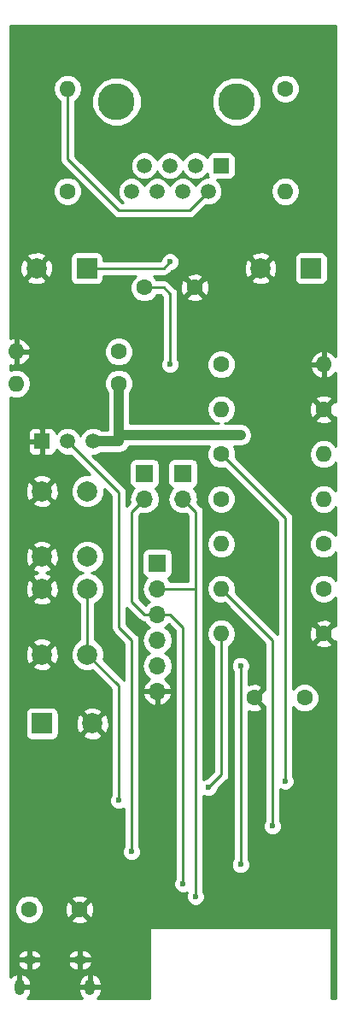
<source format=gbl>
G04 #@! TF.GenerationSoftware,KiCad,Pcbnew,(5.0.0-rc2-dev-40-gfef1ba999)*
G04 #@! TF.CreationDate,2018-03-01T23:08:39+01:00*
G04 #@! TF.ProjectId,HAN_ESP_TSS721,48414E5F4553505F5453533732312E6B,rev?*
G04 #@! TF.SameCoordinates,Original*
G04 #@! TF.FileFunction,Copper,L2,Bot,Signal*
G04 #@! TF.FilePolarity,Positive*
%FSLAX46Y46*%
G04 Gerber Fmt 4.6, Leading zero omitted, Abs format (unit mm)*
G04 Created by KiCad (PCBNEW (5.0.0-rc2-dev-40-gfef1ba999)) date 03/01/18 23:08:39*
%MOMM*%
%LPD*%
G01*
G04 APERTURE LIST*
%ADD10C,1.600000*%
%ADD11O,1.600000X1.600000*%
%ADD12C,3.650000*%
%ADD13R,1.500000X1.500000*%
%ADD14C,1.500000*%
%ADD15O,1.250000X0.950000*%
%ADD16O,1.000000X1.550000*%
%ADD17R,2.000000X2.000000*%
%ADD18C,2.000000*%
%ADD19R,1.700000X1.700000*%
%ADD20O,1.700000X1.700000*%
%ADD21R,1.520000X1.520000*%
%ADD22C,1.520000*%
%ADD23C,0.600000*%
%ADD24C,0.800000*%
%ADD25C,0.250000*%
%ADD26C,1.000000*%
%ADD27C,0.254000*%
G04 APERTURE END LIST*
D10*
X53340000Y-102235000D03*
D11*
X63500000Y-102235000D03*
D10*
X53340000Y-115570000D03*
D11*
X63500000Y-115570000D03*
D12*
X42960000Y-76200000D03*
X54830000Y-76200000D03*
D13*
X53340000Y-82550000D03*
D14*
X52070000Y-85090000D03*
X50800000Y-82550000D03*
X49530000Y-85090000D03*
X48260000Y-82550000D03*
X46990000Y-85090000D03*
X45720000Y-82550000D03*
X44450000Y-85090000D03*
D15*
X34330000Y-161210000D03*
X39330000Y-161210000D03*
D16*
X33330000Y-163910000D03*
X40330000Y-163910000D03*
D17*
X40005000Y-92710000D03*
D18*
X35005000Y-92710000D03*
D10*
X45720000Y-94615000D03*
X50720000Y-94615000D03*
X34290000Y-156210000D03*
X39290000Y-156210000D03*
D17*
X62230000Y-92710000D03*
D18*
X57230000Y-92710000D03*
D10*
X43180000Y-100965000D03*
D11*
X33020000Y-100965000D03*
D10*
X53340000Y-111125000D03*
D11*
X63500000Y-111125000D03*
D10*
X63500000Y-120015000D03*
D11*
X53340000Y-120015000D03*
D10*
X63500000Y-128905000D03*
D11*
X53340000Y-128905000D03*
D10*
X63500000Y-124460000D03*
D11*
X53340000Y-124460000D03*
D10*
X59690000Y-74930000D03*
D11*
X59690000Y-85090000D03*
D10*
X38100000Y-85090000D03*
D11*
X38100000Y-74930000D03*
D10*
X63500000Y-106680000D03*
D11*
X53340000Y-106680000D03*
D19*
X45720000Y-113030000D03*
D20*
X45720000Y-115570000D03*
D19*
X49530000Y-113030000D03*
D20*
X49530000Y-115570000D03*
D11*
X33020000Y-104140000D03*
D10*
X43180000Y-104140000D03*
D21*
X35560000Y-109855000D03*
D22*
X40640000Y-109855000D03*
X38100000Y-109855000D03*
D10*
X56595000Y-135255000D03*
X61595000Y-135255000D03*
D18*
X40560000Y-137795000D03*
D17*
X35560000Y-137795000D03*
D20*
X46990000Y-134620000D03*
X46990000Y-132080000D03*
X46990000Y-129540000D03*
X46990000Y-127000000D03*
X46990000Y-124460000D03*
D19*
X46990000Y-121920000D03*
D18*
X35560000Y-114785000D03*
X40060000Y-114785000D03*
X35560000Y-121285000D03*
X40060000Y-121285000D03*
X40060000Y-130960000D03*
X35560000Y-130960000D03*
X40060000Y-124460000D03*
X35560000Y-124460000D03*
D23*
X52070000Y-85090000D03*
X53340000Y-99695000D03*
X52070000Y-88265000D03*
X48260000Y-92075000D03*
X45720000Y-94615000D03*
X48260000Y-102235000D03*
D24*
X55245000Y-109220000D03*
D23*
X55245000Y-132080000D03*
X55245000Y-151765000D03*
X58420000Y-147955000D03*
X52070000Y-144145000D03*
X59690000Y-143510000D03*
X43180000Y-145415000D03*
X49530000Y-153670000D03*
X50800000Y-154940000D03*
X44450000Y-150495000D03*
D25*
X52070000Y-85090000D02*
X50165000Y-86995000D01*
X38100000Y-81915000D02*
X38100000Y-74930000D01*
X43180000Y-86995000D02*
X38100000Y-81915000D01*
X50165000Y-86995000D02*
X43180000Y-86995000D01*
X48260000Y-92075000D02*
X47625000Y-92710000D01*
X47625000Y-92710000D02*
X40005000Y-92710000D01*
X45720000Y-94615000D02*
X47625000Y-94615000D01*
X48260000Y-95250000D02*
X48260000Y-102235000D01*
X47625000Y-94615000D02*
X48260000Y-95250000D01*
D26*
X43180000Y-109220000D02*
X43180000Y-109855000D01*
X43180000Y-104140000D02*
X43180000Y-109220000D01*
X55245000Y-109220000D02*
X43180000Y-109220000D01*
X43180000Y-109855000D02*
X40640000Y-109855000D01*
D25*
X55245000Y-151765000D02*
X55245000Y-132080000D01*
X58420000Y-129540000D02*
X53340000Y-124460000D01*
X58420000Y-147955000D02*
X58420000Y-129540000D01*
X53340000Y-142875000D02*
X53340000Y-128905000D01*
X52070000Y-144145000D02*
X53340000Y-142875000D01*
X59690000Y-143510000D02*
X59690000Y-117475000D01*
X59690000Y-117475000D02*
X53340000Y-111125000D01*
X40060000Y-130960000D02*
X40060000Y-129545787D01*
X40060000Y-129545787D02*
X40060000Y-124460000D01*
X43180000Y-145415000D02*
X43180000Y-134080000D01*
X43180000Y-134080000D02*
X40060000Y-130960000D01*
X46990000Y-127000000D02*
X48260000Y-127000000D01*
X49530000Y-128270000D02*
X49530000Y-153670000D01*
X48260000Y-127000000D02*
X49530000Y-128270000D01*
X45720000Y-115570000D02*
X44450000Y-116840000D01*
X45720000Y-127000000D02*
X46990000Y-127000000D01*
X44450000Y-125730000D02*
X45720000Y-127000000D01*
X44450000Y-116840000D02*
X44450000Y-125730000D01*
X46990000Y-124460000D02*
X50800000Y-124460000D01*
X50800000Y-116840000D02*
X49530000Y-115570000D01*
X50800000Y-154940000D02*
X50800000Y-124460000D01*
X50800000Y-124460000D02*
X50800000Y-116840000D01*
X43180000Y-128270000D02*
X43180000Y-114935000D01*
X43180000Y-114935000D02*
X38100000Y-109855000D01*
X44450000Y-129540000D02*
X43180000Y-128270000D01*
X44450000Y-150495000D02*
X44450000Y-129540000D01*
D27*
G36*
X64695000Y-101457792D02*
X64355134Y-101082611D01*
X63849041Y-100843086D01*
X63627000Y-100964371D01*
X63627000Y-102108000D01*
X63647000Y-102108000D01*
X63647000Y-102362000D01*
X63627000Y-102362000D01*
X63627000Y-103505629D01*
X63849041Y-103626914D01*
X64355134Y-103387389D01*
X64695000Y-103012208D01*
X64695000Y-105908265D01*
X64507745Y-105851861D01*
X63679605Y-106680000D01*
X64507745Y-107508139D01*
X64695000Y-107451735D01*
X64695000Y-110330514D01*
X64534577Y-110090423D01*
X64059909Y-109773260D01*
X63641333Y-109690000D01*
X63358667Y-109690000D01*
X62940091Y-109773260D01*
X62465423Y-110090423D01*
X62148260Y-110565091D01*
X62036887Y-111125000D01*
X62148260Y-111684909D01*
X62465423Y-112159577D01*
X62940091Y-112476740D01*
X63358667Y-112560000D01*
X63641333Y-112560000D01*
X64059909Y-112476740D01*
X64534577Y-112159577D01*
X64695000Y-111919486D01*
X64695000Y-114775514D01*
X64534577Y-114535423D01*
X64059909Y-114218260D01*
X63641333Y-114135000D01*
X63358667Y-114135000D01*
X62940091Y-114218260D01*
X62465423Y-114535423D01*
X62148260Y-115010091D01*
X62036887Y-115570000D01*
X62148260Y-116129909D01*
X62465423Y-116604577D01*
X62940091Y-116921740D01*
X63358667Y-117005000D01*
X63641333Y-117005000D01*
X64059909Y-116921740D01*
X64534577Y-116604577D01*
X64695000Y-116364486D01*
X64695001Y-119180605D01*
X64312862Y-118798466D01*
X63785439Y-118580000D01*
X63214561Y-118580000D01*
X62687138Y-118798466D01*
X62283466Y-119202138D01*
X62065000Y-119729561D01*
X62065000Y-120300439D01*
X62283466Y-120827862D01*
X62687138Y-121231534D01*
X63214561Y-121450000D01*
X63785439Y-121450000D01*
X64312862Y-121231534D01*
X64695001Y-120849395D01*
X64695001Y-123625605D01*
X64312862Y-123243466D01*
X63785439Y-123025000D01*
X63214561Y-123025000D01*
X62687138Y-123243466D01*
X62283466Y-123647138D01*
X62065000Y-124174561D01*
X62065000Y-124745439D01*
X62283466Y-125272862D01*
X62687138Y-125676534D01*
X63214561Y-125895000D01*
X63785439Y-125895000D01*
X64312862Y-125676534D01*
X64695001Y-125294395D01*
X64695001Y-128133265D01*
X64507745Y-128076861D01*
X63679605Y-128905000D01*
X64507745Y-129733139D01*
X64695001Y-129676735D01*
X64695001Y-165025000D01*
X64262000Y-165025000D01*
X64262000Y-158115000D01*
X64252333Y-158066399D01*
X64224803Y-158025197D01*
X64183601Y-157997667D01*
X64135000Y-157988000D01*
X46355000Y-157988000D01*
X46306399Y-157997667D01*
X46265197Y-158025197D01*
X46237667Y-158066399D01*
X46228000Y-158115000D01*
X46228000Y-165025000D01*
X41086915Y-165025000D01*
X41330002Y-164736678D01*
X41465000Y-164312000D01*
X41465000Y-164037000D01*
X40457000Y-164037000D01*
X40457000Y-164057000D01*
X40203000Y-164057000D01*
X40203000Y-164037000D01*
X39195000Y-164037000D01*
X39195000Y-164312000D01*
X39329998Y-164736678D01*
X39573085Y-165025000D01*
X34086915Y-165025000D01*
X34330002Y-164736678D01*
X34465000Y-164312000D01*
X34465000Y-164037000D01*
X33457000Y-164037000D01*
X33457000Y-164057000D01*
X33203000Y-164057000D01*
X33203000Y-164037000D01*
X33183000Y-164037000D01*
X33183000Y-163783000D01*
X33203000Y-163783000D01*
X33203000Y-162667046D01*
X33457000Y-162667046D01*
X33457000Y-163783000D01*
X34465000Y-163783000D01*
X34465000Y-163508000D01*
X39195000Y-163508000D01*
X39195000Y-163783000D01*
X40203000Y-163783000D01*
X40203000Y-162667046D01*
X40457000Y-162667046D01*
X40457000Y-163783000D01*
X41465000Y-163783000D01*
X41465000Y-163508000D01*
X41330002Y-163083322D01*
X41042763Y-162742632D01*
X40631874Y-162540881D01*
X40457000Y-162667046D01*
X40203000Y-162667046D01*
X40028126Y-162540881D01*
X39617237Y-162742632D01*
X39329998Y-163083322D01*
X39195000Y-163508000D01*
X34465000Y-163508000D01*
X34330002Y-163083322D01*
X34042763Y-162742632D01*
X33631874Y-162540881D01*
X33457000Y-162667046D01*
X33203000Y-162667046D01*
X33028126Y-162540881D01*
X32617237Y-162742632D01*
X32460000Y-162929129D01*
X32460000Y-161507938D01*
X33110732Y-161507938D01*
X33294448Y-161881821D01*
X33618951Y-162169568D01*
X34028869Y-162311229D01*
X34203000Y-162162563D01*
X34203000Y-161337000D01*
X34457000Y-161337000D01*
X34457000Y-162162563D01*
X34631131Y-162311229D01*
X35041049Y-162169568D01*
X35365552Y-161881821D01*
X35549268Y-161507938D01*
X38110732Y-161507938D01*
X38294448Y-161881821D01*
X38618951Y-162169568D01*
X39028869Y-162311229D01*
X39203000Y-162162563D01*
X39203000Y-161337000D01*
X39457000Y-161337000D01*
X39457000Y-162162563D01*
X39631131Y-162311229D01*
X40041049Y-162169568D01*
X40365552Y-161881821D01*
X40549268Y-161507938D01*
X40422734Y-161337000D01*
X39457000Y-161337000D01*
X39203000Y-161337000D01*
X38237266Y-161337000D01*
X38110732Y-161507938D01*
X35549268Y-161507938D01*
X35422734Y-161337000D01*
X34457000Y-161337000D01*
X34203000Y-161337000D01*
X33237266Y-161337000D01*
X33110732Y-161507938D01*
X32460000Y-161507938D01*
X32460000Y-160912062D01*
X33110732Y-160912062D01*
X33237266Y-161083000D01*
X34203000Y-161083000D01*
X34203000Y-160257437D01*
X34457000Y-160257437D01*
X34457000Y-161083000D01*
X35422734Y-161083000D01*
X35549268Y-160912062D01*
X38110732Y-160912062D01*
X38237266Y-161083000D01*
X39203000Y-161083000D01*
X39203000Y-160257437D01*
X39457000Y-160257437D01*
X39457000Y-161083000D01*
X40422734Y-161083000D01*
X40549268Y-160912062D01*
X40365552Y-160538179D01*
X40041049Y-160250432D01*
X39631131Y-160108771D01*
X39457000Y-160257437D01*
X39203000Y-160257437D01*
X39028869Y-160108771D01*
X38618951Y-160250432D01*
X38294448Y-160538179D01*
X38110732Y-160912062D01*
X35549268Y-160912062D01*
X35365552Y-160538179D01*
X35041049Y-160250432D01*
X34631131Y-160108771D01*
X34457000Y-160257437D01*
X34203000Y-160257437D01*
X34028869Y-160108771D01*
X33618951Y-160250432D01*
X33294448Y-160538179D01*
X33110732Y-160912062D01*
X32460000Y-160912062D01*
X32460000Y-155924561D01*
X32855000Y-155924561D01*
X32855000Y-156495439D01*
X33073466Y-157022862D01*
X33477138Y-157426534D01*
X34004561Y-157645000D01*
X34575439Y-157645000D01*
X35102862Y-157426534D01*
X35311651Y-157217745D01*
X38461861Y-157217745D01*
X38535995Y-157463864D01*
X39073223Y-157656965D01*
X39643454Y-157629778D01*
X40044005Y-157463864D01*
X40118139Y-157217745D01*
X39290000Y-156389605D01*
X38461861Y-157217745D01*
X35311651Y-157217745D01*
X35506534Y-157022862D01*
X35725000Y-156495439D01*
X35725000Y-155993223D01*
X37843035Y-155993223D01*
X37870222Y-156563454D01*
X38036136Y-156964005D01*
X38282255Y-157038139D01*
X39110395Y-156210000D01*
X39469605Y-156210000D01*
X40297745Y-157038139D01*
X40543864Y-156964005D01*
X40736965Y-156426777D01*
X40709778Y-155856546D01*
X40543864Y-155455995D01*
X40297745Y-155381861D01*
X39469605Y-156210000D01*
X39110395Y-156210000D01*
X38282255Y-155381861D01*
X38036136Y-155455995D01*
X37843035Y-155993223D01*
X35725000Y-155993223D01*
X35725000Y-155924561D01*
X35506534Y-155397138D01*
X35311651Y-155202255D01*
X38461861Y-155202255D01*
X39290000Y-156030395D01*
X40118139Y-155202255D01*
X40044005Y-154956136D01*
X39506777Y-154763035D01*
X38936546Y-154790222D01*
X38535995Y-154956136D01*
X38461861Y-155202255D01*
X35311651Y-155202255D01*
X35102862Y-154993466D01*
X34575439Y-154775000D01*
X34004561Y-154775000D01*
X33477138Y-154993466D01*
X33073466Y-155397138D01*
X32855000Y-155924561D01*
X32460000Y-155924561D01*
X32460000Y-136795000D01*
X33912560Y-136795000D01*
X33912560Y-138795000D01*
X33961843Y-139042765D01*
X34102191Y-139252809D01*
X34312235Y-139393157D01*
X34560000Y-139442440D01*
X36560000Y-139442440D01*
X36807765Y-139393157D01*
X37017809Y-139252809D01*
X37158157Y-139042765D01*
X37177099Y-138947532D01*
X39587073Y-138947532D01*
X39685736Y-139214387D01*
X40295461Y-139440908D01*
X40945460Y-139416856D01*
X41434264Y-139214387D01*
X41532927Y-138947532D01*
X40560000Y-137974605D01*
X39587073Y-138947532D01*
X37177099Y-138947532D01*
X37207440Y-138795000D01*
X37207440Y-137530461D01*
X38914092Y-137530461D01*
X38938144Y-138180460D01*
X39140613Y-138669264D01*
X39407468Y-138767927D01*
X40380395Y-137795000D01*
X40739605Y-137795000D01*
X41712532Y-138767927D01*
X41979387Y-138669264D01*
X42205908Y-138059539D01*
X42181856Y-137409540D01*
X41979387Y-136920736D01*
X41712532Y-136822073D01*
X40739605Y-137795000D01*
X40380395Y-137795000D01*
X39407468Y-136822073D01*
X39140613Y-136920736D01*
X38914092Y-137530461D01*
X37207440Y-137530461D01*
X37207440Y-136795000D01*
X37177100Y-136642468D01*
X39587073Y-136642468D01*
X40560000Y-137615395D01*
X41532927Y-136642468D01*
X41434264Y-136375613D01*
X40824539Y-136149092D01*
X40174540Y-136173144D01*
X39685736Y-136375613D01*
X39587073Y-136642468D01*
X37177100Y-136642468D01*
X37158157Y-136547235D01*
X37017809Y-136337191D01*
X36807765Y-136196843D01*
X36560000Y-136147560D01*
X34560000Y-136147560D01*
X34312235Y-136196843D01*
X34102191Y-136337191D01*
X33961843Y-136547235D01*
X33912560Y-136795000D01*
X32460000Y-136795000D01*
X32460000Y-132112532D01*
X34587073Y-132112532D01*
X34685736Y-132379387D01*
X35295461Y-132605908D01*
X35945460Y-132581856D01*
X36434264Y-132379387D01*
X36532927Y-132112532D01*
X35560000Y-131139605D01*
X34587073Y-132112532D01*
X32460000Y-132112532D01*
X32460000Y-130695461D01*
X33914092Y-130695461D01*
X33938144Y-131345460D01*
X34140613Y-131834264D01*
X34407468Y-131932927D01*
X35380395Y-130960000D01*
X35739605Y-130960000D01*
X36712532Y-131932927D01*
X36979387Y-131834264D01*
X37205908Y-131224539D01*
X37181856Y-130574540D01*
X36979387Y-130085736D01*
X36712532Y-129987073D01*
X35739605Y-130960000D01*
X35380395Y-130960000D01*
X34407468Y-129987073D01*
X34140613Y-130085736D01*
X33914092Y-130695461D01*
X32460000Y-130695461D01*
X32460000Y-129807468D01*
X34587073Y-129807468D01*
X35560000Y-130780395D01*
X36532927Y-129807468D01*
X36434264Y-129540613D01*
X35824539Y-129314092D01*
X35174540Y-129338144D01*
X34685736Y-129540613D01*
X34587073Y-129807468D01*
X32460000Y-129807468D01*
X32460000Y-125612532D01*
X34587073Y-125612532D01*
X34685736Y-125879387D01*
X35295461Y-126105908D01*
X35945460Y-126081856D01*
X36434264Y-125879387D01*
X36532927Y-125612532D01*
X35560000Y-124639605D01*
X34587073Y-125612532D01*
X32460000Y-125612532D01*
X32460000Y-124195461D01*
X33914092Y-124195461D01*
X33938144Y-124845460D01*
X34140613Y-125334264D01*
X34407468Y-125432927D01*
X35380395Y-124460000D01*
X35739605Y-124460000D01*
X36712532Y-125432927D01*
X36979387Y-125334264D01*
X37205908Y-124724539D01*
X37181856Y-124074540D01*
X36979387Y-123585736D01*
X36712532Y-123487073D01*
X35739605Y-124460000D01*
X35380395Y-124460000D01*
X34407468Y-123487073D01*
X34140613Y-123585736D01*
X33914092Y-124195461D01*
X32460000Y-124195461D01*
X32460000Y-122437532D01*
X34587073Y-122437532D01*
X34685736Y-122704387D01*
X35113653Y-122863364D01*
X34685736Y-123040613D01*
X34587073Y-123307468D01*
X35560000Y-124280395D01*
X36532927Y-123307468D01*
X36434264Y-123040613D01*
X36006347Y-122881636D01*
X36434264Y-122704387D01*
X36532927Y-122437532D01*
X35560000Y-121464605D01*
X34587073Y-122437532D01*
X32460000Y-122437532D01*
X32460000Y-121020461D01*
X33914092Y-121020461D01*
X33938144Y-121670460D01*
X34140613Y-122159264D01*
X34407468Y-122257927D01*
X35380395Y-121285000D01*
X35739605Y-121285000D01*
X36712532Y-122257927D01*
X36979387Y-122159264D01*
X37205908Y-121549539D01*
X37181856Y-120899540D01*
X36979387Y-120410736D01*
X36712532Y-120312073D01*
X35739605Y-121285000D01*
X35380395Y-121285000D01*
X34407468Y-120312073D01*
X34140613Y-120410736D01*
X33914092Y-121020461D01*
X32460000Y-121020461D01*
X32460000Y-120132468D01*
X34587073Y-120132468D01*
X35560000Y-121105395D01*
X36532927Y-120132468D01*
X36434264Y-119865613D01*
X35824539Y-119639092D01*
X35174540Y-119663144D01*
X34685736Y-119865613D01*
X34587073Y-120132468D01*
X32460000Y-120132468D01*
X32460000Y-115937532D01*
X34587073Y-115937532D01*
X34685736Y-116204387D01*
X35295461Y-116430908D01*
X35945460Y-116406856D01*
X36434264Y-116204387D01*
X36532927Y-115937532D01*
X35560000Y-114964605D01*
X34587073Y-115937532D01*
X32460000Y-115937532D01*
X32460000Y-114520461D01*
X33914092Y-114520461D01*
X33938144Y-115170460D01*
X34140613Y-115659264D01*
X34407468Y-115757927D01*
X35380395Y-114785000D01*
X35739605Y-114785000D01*
X36712532Y-115757927D01*
X36979387Y-115659264D01*
X37205908Y-115049539D01*
X37181856Y-114399540D01*
X36979387Y-113910736D01*
X36712532Y-113812073D01*
X35739605Y-114785000D01*
X35380395Y-114785000D01*
X34407468Y-113812073D01*
X34140613Y-113910736D01*
X33914092Y-114520461D01*
X32460000Y-114520461D01*
X32460000Y-113632468D01*
X34587073Y-113632468D01*
X35560000Y-114605395D01*
X36532927Y-113632468D01*
X36434264Y-113365613D01*
X35824539Y-113139092D01*
X35174540Y-113163144D01*
X34685736Y-113365613D01*
X34587073Y-113632468D01*
X32460000Y-113632468D01*
X32460000Y-110140750D01*
X34165000Y-110140750D01*
X34165000Y-110741309D01*
X34261673Y-110974698D01*
X34440301Y-111153327D01*
X34673690Y-111250000D01*
X35274250Y-111250000D01*
X35433000Y-111091250D01*
X35433000Y-109982000D01*
X34323750Y-109982000D01*
X34165000Y-110140750D01*
X32460000Y-110140750D01*
X32460000Y-108968691D01*
X34165000Y-108968691D01*
X34165000Y-109569250D01*
X34323750Y-109728000D01*
X35433000Y-109728000D01*
X35433000Y-108618750D01*
X35687000Y-108618750D01*
X35687000Y-109728000D01*
X35707000Y-109728000D01*
X35707000Y-109982000D01*
X35687000Y-109982000D01*
X35687000Y-111091250D01*
X35845750Y-111250000D01*
X36446310Y-111250000D01*
X36679699Y-111153327D01*
X36858327Y-110974698D01*
X36955000Y-110741309D01*
X36955000Y-110682828D01*
X37309796Y-111037624D01*
X37822517Y-111250000D01*
X38377483Y-111250000D01*
X38407688Y-111237489D01*
X40320198Y-113150000D01*
X39734778Y-113150000D01*
X39133847Y-113398914D01*
X38673914Y-113858847D01*
X38425000Y-114459778D01*
X38425000Y-115110222D01*
X38673914Y-115711153D01*
X39133847Y-116171086D01*
X39734778Y-116420000D01*
X40385222Y-116420000D01*
X40986153Y-116171086D01*
X41446086Y-115711153D01*
X41695000Y-115110222D01*
X41695000Y-114524802D01*
X42420001Y-115249803D01*
X42420000Y-128195153D01*
X42405112Y-128270000D01*
X42420000Y-128344847D01*
X42420000Y-128344851D01*
X42464096Y-128566536D01*
X42632071Y-128817929D01*
X42695530Y-128860331D01*
X43690001Y-129854803D01*
X43690001Y-133506728D01*
X43664476Y-133489673D01*
X41626177Y-131451375D01*
X41695000Y-131285222D01*
X41695000Y-130634778D01*
X41446086Y-130033847D01*
X40986153Y-129573914D01*
X40820000Y-129505091D01*
X40820000Y-125914909D01*
X40986153Y-125846086D01*
X41446086Y-125386153D01*
X41695000Y-124785222D01*
X41695000Y-124134778D01*
X41446086Y-123533847D01*
X40986153Y-123073914D01*
X40499897Y-122872500D01*
X40986153Y-122671086D01*
X41446086Y-122211153D01*
X41695000Y-121610222D01*
X41695000Y-120959778D01*
X41446086Y-120358847D01*
X40986153Y-119898914D01*
X40385222Y-119650000D01*
X39734778Y-119650000D01*
X39133847Y-119898914D01*
X38673914Y-120358847D01*
X38425000Y-120959778D01*
X38425000Y-121610222D01*
X38673914Y-122211153D01*
X39133847Y-122671086D01*
X39620103Y-122872500D01*
X39133847Y-123073914D01*
X38673914Y-123533847D01*
X38425000Y-124134778D01*
X38425000Y-124785222D01*
X38673914Y-125386153D01*
X39133847Y-125846086D01*
X39300001Y-125914909D01*
X39300000Y-129505091D01*
X39133847Y-129573914D01*
X38673914Y-130033847D01*
X38425000Y-130634778D01*
X38425000Y-131285222D01*
X38673914Y-131886153D01*
X39133847Y-132346086D01*
X39734778Y-132595000D01*
X40385222Y-132595000D01*
X40551375Y-132526177D01*
X42420001Y-134394804D01*
X42420000Y-144852710D01*
X42387345Y-144885365D01*
X42245000Y-145229017D01*
X42245000Y-145600983D01*
X42387345Y-145944635D01*
X42650365Y-146207655D01*
X42994017Y-146350000D01*
X43365983Y-146350000D01*
X43690000Y-146215788D01*
X43690000Y-149932710D01*
X43657345Y-149965365D01*
X43515000Y-150309017D01*
X43515000Y-150680983D01*
X43657345Y-151024635D01*
X43920365Y-151287655D01*
X44264017Y-151430000D01*
X44635983Y-151430000D01*
X44979635Y-151287655D01*
X45242655Y-151024635D01*
X45385000Y-150680983D01*
X45385000Y-150309017D01*
X45242655Y-149965365D01*
X45210000Y-149932710D01*
X45210000Y-134976890D01*
X45548524Y-134976890D01*
X45718355Y-135386924D01*
X46108642Y-135815183D01*
X46633108Y-136061486D01*
X46863000Y-135940819D01*
X46863000Y-134747000D01*
X47117000Y-134747000D01*
X47117000Y-135940819D01*
X47346892Y-136061486D01*
X47871358Y-135815183D01*
X48261645Y-135386924D01*
X48431476Y-134976890D01*
X48310155Y-134747000D01*
X47117000Y-134747000D01*
X46863000Y-134747000D01*
X45669845Y-134747000D01*
X45548524Y-134976890D01*
X45210000Y-134976890D01*
X45210000Y-129614846D01*
X45224888Y-129539999D01*
X45210000Y-129465152D01*
X45210000Y-129465148D01*
X45165904Y-129243463D01*
X44997929Y-128992071D01*
X44934473Y-128949671D01*
X43940000Y-127955199D01*
X43940000Y-126303272D01*
X43965528Y-126320329D01*
X45129670Y-127484472D01*
X45172071Y-127547929D01*
X45423463Y-127715904D01*
X45645148Y-127760000D01*
X45645152Y-127760000D01*
X45719999Y-127774888D01*
X45721562Y-127774577D01*
X45919375Y-128070625D01*
X46217761Y-128270000D01*
X45919375Y-128469375D01*
X45591161Y-128960582D01*
X45475908Y-129540000D01*
X45591161Y-130119418D01*
X45919375Y-130610625D01*
X46217761Y-130810000D01*
X45919375Y-131009375D01*
X45591161Y-131500582D01*
X45475908Y-132080000D01*
X45591161Y-132659418D01*
X45919375Y-133150625D01*
X46238478Y-133363843D01*
X46108642Y-133424817D01*
X45718355Y-133853076D01*
X45548524Y-134263110D01*
X45669845Y-134493000D01*
X46863000Y-134493000D01*
X46863000Y-134473000D01*
X47117000Y-134473000D01*
X47117000Y-134493000D01*
X48310155Y-134493000D01*
X48431476Y-134263110D01*
X48261645Y-133853076D01*
X47871358Y-133424817D01*
X47741522Y-133363843D01*
X48060625Y-133150625D01*
X48388839Y-132659418D01*
X48504092Y-132080000D01*
X48388839Y-131500582D01*
X48060625Y-131009375D01*
X47762239Y-130810000D01*
X48060625Y-130610625D01*
X48388839Y-130119418D01*
X48504092Y-129540000D01*
X48388839Y-128960582D01*
X48060625Y-128469375D01*
X47762239Y-128270000D01*
X48060625Y-128070625D01*
X48138811Y-127953612D01*
X48770000Y-128584802D01*
X48770001Y-153107709D01*
X48737345Y-153140365D01*
X48595000Y-153484017D01*
X48595000Y-153855983D01*
X48737345Y-154199635D01*
X49000365Y-154462655D01*
X49344017Y-154605000D01*
X49715983Y-154605000D01*
X49970371Y-154499629D01*
X49865000Y-154754017D01*
X49865000Y-155125983D01*
X50007345Y-155469635D01*
X50270365Y-155732655D01*
X50614017Y-155875000D01*
X50985983Y-155875000D01*
X51329635Y-155732655D01*
X51592655Y-155469635D01*
X51735000Y-155125983D01*
X51735000Y-154754017D01*
X51592655Y-154410365D01*
X51560000Y-154377710D01*
X51560000Y-144945788D01*
X51884017Y-145080000D01*
X52255983Y-145080000D01*
X52599635Y-144937655D01*
X52862655Y-144674635D01*
X53005000Y-144330983D01*
X53005000Y-144284801D01*
X53824473Y-143465329D01*
X53887929Y-143422929D01*
X54055904Y-143171537D01*
X54100000Y-142949852D01*
X54100000Y-142949848D01*
X54114888Y-142875001D01*
X54100000Y-142800154D01*
X54100000Y-131894017D01*
X54310000Y-131894017D01*
X54310000Y-132265983D01*
X54452345Y-132609635D01*
X54485001Y-132642291D01*
X54485000Y-151202710D01*
X54452345Y-151235365D01*
X54310000Y-151579017D01*
X54310000Y-151950983D01*
X54452345Y-152294635D01*
X54715365Y-152557655D01*
X55059017Y-152700000D01*
X55430983Y-152700000D01*
X55774635Y-152557655D01*
X56037655Y-152294635D01*
X56180000Y-151950983D01*
X56180000Y-151579017D01*
X56037655Y-151235365D01*
X56005000Y-151202710D01*
X56005000Y-136567814D01*
X56378223Y-136701965D01*
X56948454Y-136674778D01*
X57349005Y-136508864D01*
X57423139Y-136262745D01*
X56595000Y-135434605D01*
X56580858Y-135448748D01*
X56401253Y-135269143D01*
X56415395Y-135255000D01*
X56401253Y-135240858D01*
X56580858Y-135061252D01*
X56595000Y-135075395D01*
X57423139Y-134247255D01*
X57349005Y-134001136D01*
X56811777Y-133808035D01*
X56241546Y-133835222D01*
X56005000Y-133933203D01*
X56005000Y-132642290D01*
X56037655Y-132609635D01*
X56180000Y-132265983D01*
X56180000Y-131894017D01*
X56037655Y-131550365D01*
X55774635Y-131287345D01*
X55430983Y-131145000D01*
X55059017Y-131145000D01*
X54715365Y-131287345D01*
X54452345Y-131550365D01*
X54310000Y-131894017D01*
X54100000Y-131894017D01*
X54100000Y-130123043D01*
X54374577Y-129939577D01*
X54691740Y-129464909D01*
X54803113Y-128905000D01*
X54691740Y-128345091D01*
X54374577Y-127870423D01*
X53899909Y-127553260D01*
X53481333Y-127470000D01*
X53198667Y-127470000D01*
X52780091Y-127553260D01*
X52305423Y-127870423D01*
X51988260Y-128345091D01*
X51876887Y-128905000D01*
X51988260Y-129464909D01*
X52305423Y-129939577D01*
X52580001Y-130123044D01*
X52580000Y-142560198D01*
X51930199Y-143210000D01*
X51884017Y-143210000D01*
X51560000Y-143344212D01*
X51560000Y-124534851D01*
X51574889Y-124460000D01*
X51560000Y-124385148D01*
X51560000Y-120015000D01*
X51876887Y-120015000D01*
X51988260Y-120574909D01*
X52305423Y-121049577D01*
X52780091Y-121366740D01*
X53198667Y-121450000D01*
X53481333Y-121450000D01*
X53899909Y-121366740D01*
X54374577Y-121049577D01*
X54691740Y-120574909D01*
X54803113Y-120015000D01*
X54691740Y-119455091D01*
X54374577Y-118980423D01*
X53899909Y-118663260D01*
X53481333Y-118580000D01*
X53198667Y-118580000D01*
X52780091Y-118663260D01*
X52305423Y-118980423D01*
X51988260Y-119455091D01*
X51876887Y-120015000D01*
X51560000Y-120015000D01*
X51560000Y-116914846D01*
X51574888Y-116839999D01*
X51560000Y-116765152D01*
X51560000Y-116765148D01*
X51515904Y-116543463D01*
X51347929Y-116292071D01*
X51284473Y-116249671D01*
X50971209Y-115936408D01*
X51044092Y-115570000D01*
X50987315Y-115284561D01*
X51905000Y-115284561D01*
X51905000Y-115855439D01*
X52123466Y-116382862D01*
X52527138Y-116786534D01*
X53054561Y-117005000D01*
X53625439Y-117005000D01*
X54152862Y-116786534D01*
X54556534Y-116382862D01*
X54775000Y-115855439D01*
X54775000Y-115284561D01*
X54556534Y-114757138D01*
X54152862Y-114353466D01*
X53625439Y-114135000D01*
X53054561Y-114135000D01*
X52527138Y-114353466D01*
X52123466Y-114757138D01*
X51905000Y-115284561D01*
X50987315Y-115284561D01*
X50928839Y-114990582D01*
X50600625Y-114499375D01*
X50582381Y-114487184D01*
X50627765Y-114478157D01*
X50837809Y-114337809D01*
X50978157Y-114127765D01*
X51027440Y-113880000D01*
X51027440Y-112180000D01*
X50978157Y-111932235D01*
X50837809Y-111722191D01*
X50627765Y-111581843D01*
X50380000Y-111532560D01*
X48680000Y-111532560D01*
X48432235Y-111581843D01*
X48222191Y-111722191D01*
X48081843Y-111932235D01*
X48032560Y-112180000D01*
X48032560Y-113880000D01*
X48081843Y-114127765D01*
X48222191Y-114337809D01*
X48432235Y-114478157D01*
X48477619Y-114487184D01*
X48459375Y-114499375D01*
X48131161Y-114990582D01*
X48015908Y-115570000D01*
X48131161Y-116149418D01*
X48459375Y-116640625D01*
X48950582Y-116968839D01*
X49383744Y-117055000D01*
X49676256Y-117055000D01*
X49896408Y-117011209D01*
X50040001Y-117154803D01*
X50040000Y-123700000D01*
X48268178Y-123700000D01*
X48060625Y-123389375D01*
X48042381Y-123377184D01*
X48087765Y-123368157D01*
X48297809Y-123227809D01*
X48438157Y-123017765D01*
X48487440Y-122770000D01*
X48487440Y-121070000D01*
X48438157Y-120822235D01*
X48297809Y-120612191D01*
X48087765Y-120471843D01*
X47840000Y-120422560D01*
X46140000Y-120422560D01*
X45892235Y-120471843D01*
X45682191Y-120612191D01*
X45541843Y-120822235D01*
X45492560Y-121070000D01*
X45492560Y-122770000D01*
X45541843Y-123017765D01*
X45682191Y-123227809D01*
X45892235Y-123368157D01*
X45937619Y-123377184D01*
X45919375Y-123389375D01*
X45591161Y-123880582D01*
X45475908Y-124460000D01*
X45591161Y-125039418D01*
X45919375Y-125530625D01*
X46217761Y-125730000D01*
X45919375Y-125929375D01*
X45841190Y-126046388D01*
X45210000Y-125415199D01*
X45210000Y-117154801D01*
X45353592Y-117011209D01*
X45573744Y-117055000D01*
X45866256Y-117055000D01*
X46299418Y-116968839D01*
X46790625Y-116640625D01*
X47118839Y-116149418D01*
X47234092Y-115570000D01*
X47118839Y-114990582D01*
X46790625Y-114499375D01*
X46772381Y-114487184D01*
X46817765Y-114478157D01*
X47027809Y-114337809D01*
X47168157Y-114127765D01*
X47217440Y-113880000D01*
X47217440Y-112180000D01*
X47168157Y-111932235D01*
X47027809Y-111722191D01*
X46817765Y-111581843D01*
X46570000Y-111532560D01*
X44870000Y-111532560D01*
X44622235Y-111581843D01*
X44412191Y-111722191D01*
X44271843Y-111932235D01*
X44222560Y-112180000D01*
X44222560Y-113880000D01*
X44271843Y-114127765D01*
X44412191Y-114337809D01*
X44622235Y-114478157D01*
X44667619Y-114487184D01*
X44649375Y-114499375D01*
X44321161Y-114990582D01*
X44205908Y-115570000D01*
X44278791Y-115936408D01*
X43965530Y-116249669D01*
X43940000Y-116266728D01*
X43940000Y-115009847D01*
X43954888Y-114935000D01*
X43940000Y-114860153D01*
X43940000Y-114860148D01*
X43895904Y-114638463D01*
X43727929Y-114387071D01*
X43664473Y-114344671D01*
X40569801Y-111250000D01*
X40917483Y-111250000D01*
X41430204Y-111037624D01*
X41477828Y-110990000D01*
X43068217Y-110990000D01*
X43180000Y-111012235D01*
X43291783Y-110990000D01*
X43622855Y-110924146D01*
X43998289Y-110673289D01*
X44210963Y-110355000D01*
X52105712Y-110355000D01*
X51905000Y-110839561D01*
X51905000Y-111410439D01*
X52123466Y-111937862D01*
X52527138Y-112341534D01*
X53054561Y-112560000D01*
X53625439Y-112560000D01*
X53678302Y-112538103D01*
X58930001Y-117789803D01*
X58930001Y-128966728D01*
X58904473Y-128949671D01*
X54738688Y-124783887D01*
X54803113Y-124460000D01*
X54691740Y-123900091D01*
X54374577Y-123425423D01*
X53899909Y-123108260D01*
X53481333Y-123025000D01*
X53198667Y-123025000D01*
X52780091Y-123108260D01*
X52305423Y-123425423D01*
X51988260Y-123900091D01*
X51876887Y-124460000D01*
X51988260Y-125019909D01*
X52305423Y-125494577D01*
X52780091Y-125811740D01*
X53198667Y-125895000D01*
X53481333Y-125895000D01*
X53663887Y-125858688D01*
X57660001Y-129854803D01*
X57660001Y-134444107D01*
X57602745Y-134426861D01*
X56774605Y-135255000D01*
X57602745Y-136083139D01*
X57660001Y-136065893D01*
X57660000Y-147392710D01*
X57627345Y-147425365D01*
X57485000Y-147769017D01*
X57485000Y-148140983D01*
X57627345Y-148484635D01*
X57890365Y-148747655D01*
X58234017Y-148890000D01*
X58605983Y-148890000D01*
X58949635Y-148747655D01*
X59212655Y-148484635D01*
X59355000Y-148140983D01*
X59355000Y-147769017D01*
X59212655Y-147425365D01*
X59180000Y-147392710D01*
X59180000Y-144310788D01*
X59504017Y-144445000D01*
X59875983Y-144445000D01*
X60219635Y-144302655D01*
X60482655Y-144039635D01*
X60625000Y-143695983D01*
X60625000Y-143324017D01*
X60482655Y-142980365D01*
X60450000Y-142947710D01*
X60450000Y-136139396D01*
X60782138Y-136471534D01*
X61309561Y-136690000D01*
X61880439Y-136690000D01*
X62407862Y-136471534D01*
X62811534Y-136067862D01*
X63030000Y-135540439D01*
X63030000Y-134969561D01*
X62811534Y-134442138D01*
X62407862Y-134038466D01*
X61880439Y-133820000D01*
X61309561Y-133820000D01*
X60782138Y-134038466D01*
X60450000Y-134370604D01*
X60450000Y-129912745D01*
X62671861Y-129912745D01*
X62745995Y-130158864D01*
X63283223Y-130351965D01*
X63853454Y-130324778D01*
X64254005Y-130158864D01*
X64328139Y-129912745D01*
X63500000Y-129084605D01*
X62671861Y-129912745D01*
X60450000Y-129912745D01*
X60450000Y-128688223D01*
X62053035Y-128688223D01*
X62080222Y-129258454D01*
X62246136Y-129659005D01*
X62492255Y-129733139D01*
X63320395Y-128905000D01*
X62492255Y-128076861D01*
X62246136Y-128150995D01*
X62053035Y-128688223D01*
X60450000Y-128688223D01*
X60450000Y-127897255D01*
X62671861Y-127897255D01*
X63500000Y-128725395D01*
X64328139Y-127897255D01*
X64254005Y-127651136D01*
X63716777Y-127458035D01*
X63146546Y-127485222D01*
X62745995Y-127651136D01*
X62671861Y-127897255D01*
X60450000Y-127897255D01*
X60450000Y-117549846D01*
X60464888Y-117474999D01*
X60450000Y-117400152D01*
X60450000Y-117400148D01*
X60405904Y-117178463D01*
X60237929Y-116927071D01*
X60174473Y-116884671D01*
X54753103Y-111463302D01*
X54775000Y-111410439D01*
X54775000Y-110839561D01*
X54574288Y-110355000D01*
X55356783Y-110355000D01*
X55687855Y-110289146D01*
X56063289Y-110038289D01*
X56314146Y-109662855D01*
X56402235Y-109220000D01*
X56314146Y-108777145D01*
X56063289Y-108401711D01*
X55687855Y-108150854D01*
X55356783Y-108085000D01*
X53632153Y-108085000D01*
X53899909Y-108031740D01*
X54374577Y-107714577D01*
X54392505Y-107687745D01*
X62671861Y-107687745D01*
X62745995Y-107933864D01*
X63283223Y-108126965D01*
X63853454Y-108099778D01*
X64254005Y-107933864D01*
X64328139Y-107687745D01*
X63500000Y-106859605D01*
X62671861Y-107687745D01*
X54392505Y-107687745D01*
X54691740Y-107239909D01*
X54803113Y-106680000D01*
X54759994Y-106463223D01*
X62053035Y-106463223D01*
X62080222Y-107033454D01*
X62246136Y-107434005D01*
X62492255Y-107508139D01*
X63320395Y-106680000D01*
X62492255Y-105851861D01*
X62246136Y-105925995D01*
X62053035Y-106463223D01*
X54759994Y-106463223D01*
X54691740Y-106120091D01*
X54392506Y-105672255D01*
X62671861Y-105672255D01*
X63500000Y-106500395D01*
X64328139Y-105672255D01*
X64254005Y-105426136D01*
X63716777Y-105233035D01*
X63146546Y-105260222D01*
X62745995Y-105426136D01*
X62671861Y-105672255D01*
X54392506Y-105672255D01*
X54374577Y-105645423D01*
X53899909Y-105328260D01*
X53481333Y-105245000D01*
X53198667Y-105245000D01*
X52780091Y-105328260D01*
X52305423Y-105645423D01*
X51988260Y-106120091D01*
X51876887Y-106680000D01*
X51988260Y-107239909D01*
X52305423Y-107714577D01*
X52780091Y-108031740D01*
X53047847Y-108085000D01*
X44315000Y-108085000D01*
X44315000Y-105034396D01*
X44396534Y-104952862D01*
X44615000Y-104425439D01*
X44615000Y-103854561D01*
X44396534Y-103327138D01*
X43992862Y-102923466D01*
X43465439Y-102705000D01*
X42894561Y-102705000D01*
X42367138Y-102923466D01*
X41963466Y-103327138D01*
X41745000Y-103854561D01*
X41745000Y-104425439D01*
X41963466Y-104952862D01*
X42045000Y-105034396D01*
X42045001Y-108720000D01*
X41477828Y-108720000D01*
X41430204Y-108672376D01*
X40917483Y-108460000D01*
X40362517Y-108460000D01*
X39849796Y-108672376D01*
X39457376Y-109064796D01*
X39370000Y-109275740D01*
X39282624Y-109064796D01*
X38890204Y-108672376D01*
X38377483Y-108460000D01*
X37822517Y-108460000D01*
X37309796Y-108672376D01*
X36955000Y-109027172D01*
X36955000Y-108968691D01*
X36858327Y-108735302D01*
X36679699Y-108556673D01*
X36446310Y-108460000D01*
X35845750Y-108460000D01*
X35687000Y-108618750D01*
X35433000Y-108618750D01*
X35274250Y-108460000D01*
X34673690Y-108460000D01*
X34440301Y-108556673D01*
X34261673Y-108735302D01*
X34165000Y-108968691D01*
X32460000Y-108968691D01*
X32460000Y-105491679D01*
X32460091Y-105491740D01*
X32878667Y-105575000D01*
X33161333Y-105575000D01*
X33579909Y-105491740D01*
X34054577Y-105174577D01*
X34371740Y-104699909D01*
X34483113Y-104140000D01*
X34371740Y-103580091D01*
X34054577Y-103105423D01*
X33579909Y-102788260D01*
X33161333Y-102705000D01*
X32878667Y-102705000D01*
X32460091Y-102788260D01*
X32460000Y-102788321D01*
X32460000Y-102257071D01*
X32670959Y-102356914D01*
X32893000Y-102235629D01*
X32893000Y-101092000D01*
X33147000Y-101092000D01*
X33147000Y-102235629D01*
X33369041Y-102356914D01*
X33875134Y-102117389D01*
X34251041Y-101702423D01*
X34411904Y-101314039D01*
X34289915Y-101092000D01*
X33147000Y-101092000D01*
X32893000Y-101092000D01*
X32873000Y-101092000D01*
X32873000Y-100838000D01*
X32893000Y-100838000D01*
X32893000Y-99694371D01*
X33147000Y-99694371D01*
X33147000Y-100838000D01*
X34289915Y-100838000D01*
X34376961Y-100679561D01*
X41745000Y-100679561D01*
X41745000Y-101250439D01*
X41963466Y-101777862D01*
X42367138Y-102181534D01*
X42894561Y-102400000D01*
X43465439Y-102400000D01*
X43992862Y-102181534D01*
X44396534Y-101777862D01*
X44615000Y-101250439D01*
X44615000Y-100679561D01*
X44396534Y-100152138D01*
X43992862Y-99748466D01*
X43465439Y-99530000D01*
X42894561Y-99530000D01*
X42367138Y-99748466D01*
X41963466Y-100152138D01*
X41745000Y-100679561D01*
X34376961Y-100679561D01*
X34411904Y-100615961D01*
X34251041Y-100227577D01*
X33875134Y-99812611D01*
X33369041Y-99573086D01*
X33147000Y-99694371D01*
X32893000Y-99694371D01*
X32670959Y-99573086D01*
X32460000Y-99672929D01*
X32460000Y-93862532D01*
X34032073Y-93862532D01*
X34130736Y-94129387D01*
X34740461Y-94355908D01*
X35390460Y-94331856D01*
X35879264Y-94129387D01*
X35977927Y-93862532D01*
X35005000Y-92889605D01*
X34032073Y-93862532D01*
X32460000Y-93862532D01*
X32460000Y-92445461D01*
X33359092Y-92445461D01*
X33383144Y-93095460D01*
X33585613Y-93584264D01*
X33852468Y-93682927D01*
X34825395Y-92710000D01*
X35184605Y-92710000D01*
X36157532Y-93682927D01*
X36424387Y-93584264D01*
X36650908Y-92974539D01*
X36626856Y-92324540D01*
X36424387Y-91835736D01*
X36157532Y-91737073D01*
X35184605Y-92710000D01*
X34825395Y-92710000D01*
X33852468Y-91737073D01*
X33585613Y-91835736D01*
X33359092Y-92445461D01*
X32460000Y-92445461D01*
X32460000Y-91557468D01*
X34032073Y-91557468D01*
X35005000Y-92530395D01*
X35825395Y-91710000D01*
X38357560Y-91710000D01*
X38357560Y-93710000D01*
X38406843Y-93957765D01*
X38547191Y-94167809D01*
X38757235Y-94308157D01*
X39005000Y-94357440D01*
X41005000Y-94357440D01*
X41252765Y-94308157D01*
X41462809Y-94167809D01*
X41603157Y-93957765D01*
X41652440Y-93710000D01*
X41652440Y-93470000D01*
X44835604Y-93470000D01*
X44503466Y-93802138D01*
X44285000Y-94329561D01*
X44285000Y-94900439D01*
X44503466Y-95427862D01*
X44907138Y-95831534D01*
X45434561Y-96050000D01*
X46005439Y-96050000D01*
X46532862Y-95831534D01*
X46936534Y-95427862D01*
X46958430Y-95375000D01*
X47310199Y-95375000D01*
X47500000Y-95564802D01*
X47500001Y-101672709D01*
X47467345Y-101705365D01*
X47325000Y-102049017D01*
X47325000Y-102420983D01*
X47467345Y-102764635D01*
X47730365Y-103027655D01*
X48074017Y-103170000D01*
X48445983Y-103170000D01*
X48789635Y-103027655D01*
X49052655Y-102764635D01*
X49195000Y-102420983D01*
X49195000Y-102049017D01*
X49153805Y-101949561D01*
X51905000Y-101949561D01*
X51905000Y-102520439D01*
X52123466Y-103047862D01*
X52527138Y-103451534D01*
X53054561Y-103670000D01*
X53625439Y-103670000D01*
X54152862Y-103451534D01*
X54556534Y-103047862D01*
X54748655Y-102584039D01*
X62108096Y-102584039D01*
X62268959Y-102972423D01*
X62644866Y-103387389D01*
X63150959Y-103626914D01*
X63373000Y-103505629D01*
X63373000Y-102362000D01*
X62230085Y-102362000D01*
X62108096Y-102584039D01*
X54748655Y-102584039D01*
X54775000Y-102520439D01*
X54775000Y-101949561D01*
X54748656Y-101885961D01*
X62108096Y-101885961D01*
X62230085Y-102108000D01*
X63373000Y-102108000D01*
X63373000Y-100964371D01*
X63150959Y-100843086D01*
X62644866Y-101082611D01*
X62268959Y-101497577D01*
X62108096Y-101885961D01*
X54748656Y-101885961D01*
X54556534Y-101422138D01*
X54152862Y-101018466D01*
X53625439Y-100800000D01*
X53054561Y-100800000D01*
X52527138Y-101018466D01*
X52123466Y-101422138D01*
X51905000Y-101949561D01*
X49153805Y-101949561D01*
X49052655Y-101705365D01*
X49020000Y-101672710D01*
X49020000Y-95622745D01*
X49891861Y-95622745D01*
X49965995Y-95868864D01*
X50503223Y-96061965D01*
X51073454Y-96034778D01*
X51474005Y-95868864D01*
X51548139Y-95622745D01*
X50720000Y-94794605D01*
X49891861Y-95622745D01*
X49020000Y-95622745D01*
X49020000Y-95324848D01*
X49034888Y-95250000D01*
X49020000Y-95175152D01*
X49020000Y-95175148D01*
X48975904Y-94953463D01*
X48807929Y-94702071D01*
X48744473Y-94659671D01*
X48483025Y-94398223D01*
X49273035Y-94398223D01*
X49300222Y-94968454D01*
X49466136Y-95369005D01*
X49712255Y-95443139D01*
X50540395Y-94615000D01*
X50899605Y-94615000D01*
X51727745Y-95443139D01*
X51973864Y-95369005D01*
X52166965Y-94831777D01*
X52139778Y-94261546D01*
X51974501Y-93862532D01*
X56257073Y-93862532D01*
X56355736Y-94129387D01*
X56965461Y-94355908D01*
X57615460Y-94331856D01*
X58104264Y-94129387D01*
X58202927Y-93862532D01*
X57230000Y-92889605D01*
X56257073Y-93862532D01*
X51974501Y-93862532D01*
X51973864Y-93860995D01*
X51727745Y-93786861D01*
X50899605Y-94615000D01*
X50540395Y-94615000D01*
X49712255Y-93786861D01*
X49466136Y-93860995D01*
X49273035Y-94398223D01*
X48483025Y-94398223D01*
X48215331Y-94130530D01*
X48172929Y-94067071D01*
X47921537Y-93899096D01*
X47699852Y-93855000D01*
X47699847Y-93855000D01*
X47625000Y-93840112D01*
X47550153Y-93855000D01*
X46958430Y-93855000D01*
X46936534Y-93802138D01*
X46741651Y-93607255D01*
X49891861Y-93607255D01*
X50720000Y-94435395D01*
X51548139Y-93607255D01*
X51474005Y-93361136D01*
X50936777Y-93168035D01*
X50366546Y-93195222D01*
X49965995Y-93361136D01*
X49891861Y-93607255D01*
X46741651Y-93607255D01*
X46604396Y-93470000D01*
X47550153Y-93470000D01*
X47625000Y-93484888D01*
X47699847Y-93470000D01*
X47699852Y-93470000D01*
X47921537Y-93425904D01*
X48172929Y-93257929D01*
X48215331Y-93194470D01*
X48399801Y-93010000D01*
X48445983Y-93010000D01*
X48789635Y-92867655D01*
X49052655Y-92604635D01*
X49118586Y-92445461D01*
X55584092Y-92445461D01*
X55608144Y-93095460D01*
X55810613Y-93584264D01*
X56077468Y-93682927D01*
X57050395Y-92710000D01*
X57409605Y-92710000D01*
X58382532Y-93682927D01*
X58649387Y-93584264D01*
X58875908Y-92974539D01*
X58851856Y-92324540D01*
X58649387Y-91835736D01*
X58382532Y-91737073D01*
X57409605Y-92710000D01*
X57050395Y-92710000D01*
X56077468Y-91737073D01*
X55810613Y-91835736D01*
X55584092Y-92445461D01*
X49118586Y-92445461D01*
X49195000Y-92260983D01*
X49195000Y-91889017D01*
X49057669Y-91557468D01*
X56257073Y-91557468D01*
X57230000Y-92530395D01*
X58050395Y-91710000D01*
X60582560Y-91710000D01*
X60582560Y-93710000D01*
X60631843Y-93957765D01*
X60772191Y-94167809D01*
X60982235Y-94308157D01*
X61230000Y-94357440D01*
X63230000Y-94357440D01*
X63477765Y-94308157D01*
X63687809Y-94167809D01*
X63828157Y-93957765D01*
X63877440Y-93710000D01*
X63877440Y-91710000D01*
X63828157Y-91462235D01*
X63687809Y-91252191D01*
X63477765Y-91111843D01*
X63230000Y-91062560D01*
X61230000Y-91062560D01*
X60982235Y-91111843D01*
X60772191Y-91252191D01*
X60631843Y-91462235D01*
X60582560Y-91710000D01*
X58050395Y-91710000D01*
X58202927Y-91557468D01*
X58104264Y-91290613D01*
X57494539Y-91064092D01*
X56844540Y-91088144D01*
X56355736Y-91290613D01*
X56257073Y-91557468D01*
X49057669Y-91557468D01*
X49052655Y-91545365D01*
X48789635Y-91282345D01*
X48445983Y-91140000D01*
X48074017Y-91140000D01*
X47730365Y-91282345D01*
X47467345Y-91545365D01*
X47325000Y-91889017D01*
X47325000Y-91935199D01*
X47310199Y-91950000D01*
X41652440Y-91950000D01*
X41652440Y-91710000D01*
X41603157Y-91462235D01*
X41462809Y-91252191D01*
X41252765Y-91111843D01*
X41005000Y-91062560D01*
X39005000Y-91062560D01*
X38757235Y-91111843D01*
X38547191Y-91252191D01*
X38406843Y-91462235D01*
X38357560Y-91710000D01*
X35825395Y-91710000D01*
X35977927Y-91557468D01*
X35879264Y-91290613D01*
X35269539Y-91064092D01*
X34619540Y-91088144D01*
X34130736Y-91290613D01*
X34032073Y-91557468D01*
X32460000Y-91557468D01*
X32460000Y-84804561D01*
X36665000Y-84804561D01*
X36665000Y-85375439D01*
X36883466Y-85902862D01*
X37287138Y-86306534D01*
X37814561Y-86525000D01*
X38385439Y-86525000D01*
X38912862Y-86306534D01*
X39316534Y-85902862D01*
X39535000Y-85375439D01*
X39535000Y-84804561D01*
X39316534Y-84277138D01*
X38912862Y-83873466D01*
X38385439Y-83655000D01*
X37814561Y-83655000D01*
X37287138Y-83873466D01*
X36883466Y-84277138D01*
X36665000Y-84804561D01*
X32460000Y-84804561D01*
X32460000Y-74930000D01*
X36636887Y-74930000D01*
X36748260Y-75489909D01*
X37065423Y-75964577D01*
X37340001Y-76148044D01*
X37340000Y-81840153D01*
X37325112Y-81915000D01*
X37340000Y-81989847D01*
X37340000Y-81989851D01*
X37384096Y-82211536D01*
X37552071Y-82462929D01*
X37615530Y-82505331D01*
X42589671Y-87479473D01*
X42632071Y-87542929D01*
X42883463Y-87710904D01*
X43105148Y-87755000D01*
X43105153Y-87755000D01*
X43180000Y-87769888D01*
X43254847Y-87755000D01*
X50090153Y-87755000D01*
X50165000Y-87769888D01*
X50239847Y-87755000D01*
X50239852Y-87755000D01*
X50461537Y-87710904D01*
X50712929Y-87542929D01*
X50755331Y-87479470D01*
X51769966Y-86464835D01*
X51794506Y-86475000D01*
X52345494Y-86475000D01*
X52854540Y-86264147D01*
X53244147Y-85874540D01*
X53455000Y-85365494D01*
X53455000Y-85090000D01*
X58226887Y-85090000D01*
X58338260Y-85649909D01*
X58655423Y-86124577D01*
X59130091Y-86441740D01*
X59548667Y-86525000D01*
X59831333Y-86525000D01*
X60249909Y-86441740D01*
X60724577Y-86124577D01*
X61041740Y-85649909D01*
X61153113Y-85090000D01*
X61041740Y-84530091D01*
X60724577Y-84055423D01*
X60249909Y-83738260D01*
X59831333Y-83655000D01*
X59548667Y-83655000D01*
X59130091Y-83738260D01*
X58655423Y-84055423D01*
X58338260Y-84530091D01*
X58226887Y-85090000D01*
X53455000Y-85090000D01*
X53455000Y-84814506D01*
X53244147Y-84305460D01*
X52886127Y-83947440D01*
X54090000Y-83947440D01*
X54337765Y-83898157D01*
X54547809Y-83757809D01*
X54688157Y-83547765D01*
X54737440Y-83300000D01*
X54737440Y-81800000D01*
X54688157Y-81552235D01*
X54547809Y-81342191D01*
X54337765Y-81201843D01*
X54090000Y-81152560D01*
X52590000Y-81152560D01*
X52342235Y-81201843D01*
X52132191Y-81342191D01*
X51991843Y-81552235D01*
X51953531Y-81744844D01*
X51584540Y-81375853D01*
X51075494Y-81165000D01*
X50524506Y-81165000D01*
X50015460Y-81375853D01*
X49625853Y-81765460D01*
X49530000Y-81996870D01*
X49434147Y-81765460D01*
X49044540Y-81375853D01*
X48535494Y-81165000D01*
X47984506Y-81165000D01*
X47475460Y-81375853D01*
X47085853Y-81765460D01*
X46990000Y-81996870D01*
X46894147Y-81765460D01*
X46504540Y-81375853D01*
X45995494Y-81165000D01*
X45444506Y-81165000D01*
X44935460Y-81375853D01*
X44545853Y-81765460D01*
X44335000Y-82274506D01*
X44335000Y-82825494D01*
X44545853Y-83334540D01*
X44935460Y-83724147D01*
X45444506Y-83935000D01*
X45995494Y-83935000D01*
X46504540Y-83724147D01*
X46894147Y-83334540D01*
X46990000Y-83103130D01*
X47085853Y-83334540D01*
X47475460Y-83724147D01*
X47984506Y-83935000D01*
X48535494Y-83935000D01*
X49044540Y-83724147D01*
X49434147Y-83334540D01*
X49530000Y-83103130D01*
X49625853Y-83334540D01*
X50015460Y-83724147D01*
X50524506Y-83935000D01*
X51075494Y-83935000D01*
X51584540Y-83724147D01*
X51953531Y-83355156D01*
X51991843Y-83547765D01*
X52096905Y-83705000D01*
X51794506Y-83705000D01*
X51285460Y-83915853D01*
X50895853Y-84305460D01*
X50800000Y-84536870D01*
X50704147Y-84305460D01*
X50314540Y-83915853D01*
X49805494Y-83705000D01*
X49254506Y-83705000D01*
X48745460Y-83915853D01*
X48355853Y-84305460D01*
X48260000Y-84536870D01*
X48164147Y-84305460D01*
X47774540Y-83915853D01*
X47265494Y-83705000D01*
X46714506Y-83705000D01*
X46205460Y-83915853D01*
X45815853Y-84305460D01*
X45720000Y-84536870D01*
X45624147Y-84305460D01*
X45234540Y-83915853D01*
X44725494Y-83705000D01*
X44174506Y-83705000D01*
X43665460Y-83915853D01*
X43275853Y-84305460D01*
X43065000Y-84814506D01*
X43065000Y-85365494D01*
X43275853Y-85874540D01*
X43636313Y-86235000D01*
X43494802Y-86235000D01*
X38860000Y-81600199D01*
X38860000Y-76148043D01*
X39134577Y-75964577D01*
X39304228Y-75710676D01*
X40500000Y-75710676D01*
X40500000Y-76689324D01*
X40874513Y-77593478D01*
X41566522Y-78285487D01*
X42470676Y-78660000D01*
X43449324Y-78660000D01*
X44353478Y-78285487D01*
X45045487Y-77593478D01*
X45420000Y-76689324D01*
X45420000Y-75710676D01*
X52370000Y-75710676D01*
X52370000Y-76689324D01*
X52744513Y-77593478D01*
X53436522Y-78285487D01*
X54340676Y-78660000D01*
X55319324Y-78660000D01*
X56223478Y-78285487D01*
X56915487Y-77593478D01*
X57290000Y-76689324D01*
X57290000Y-75710676D01*
X56915487Y-74806522D01*
X56753526Y-74644561D01*
X58255000Y-74644561D01*
X58255000Y-75215439D01*
X58473466Y-75742862D01*
X58877138Y-76146534D01*
X59404561Y-76365000D01*
X59975439Y-76365000D01*
X60502862Y-76146534D01*
X60906534Y-75742862D01*
X61125000Y-75215439D01*
X61125000Y-74644561D01*
X60906534Y-74117138D01*
X60502862Y-73713466D01*
X59975439Y-73495000D01*
X59404561Y-73495000D01*
X58877138Y-73713466D01*
X58473466Y-74117138D01*
X58255000Y-74644561D01*
X56753526Y-74644561D01*
X56223478Y-74114513D01*
X55319324Y-73740000D01*
X54340676Y-73740000D01*
X53436522Y-74114513D01*
X52744513Y-74806522D01*
X52370000Y-75710676D01*
X45420000Y-75710676D01*
X45045487Y-74806522D01*
X44353478Y-74114513D01*
X43449324Y-73740000D01*
X42470676Y-73740000D01*
X41566522Y-74114513D01*
X40874513Y-74806522D01*
X40500000Y-75710676D01*
X39304228Y-75710676D01*
X39451740Y-75489909D01*
X39563113Y-74930000D01*
X39451740Y-74370091D01*
X39134577Y-73895423D01*
X38659909Y-73578260D01*
X38241333Y-73495000D01*
X37958667Y-73495000D01*
X37540091Y-73578260D01*
X37065423Y-73895423D01*
X36748260Y-74370091D01*
X36636887Y-74930000D01*
X32460000Y-74930000D01*
X32460000Y-68655000D01*
X64695000Y-68655000D01*
X64695000Y-101457792D01*
X64695000Y-101457792D01*
G37*
X64695000Y-101457792D02*
X64355134Y-101082611D01*
X63849041Y-100843086D01*
X63627000Y-100964371D01*
X63627000Y-102108000D01*
X63647000Y-102108000D01*
X63647000Y-102362000D01*
X63627000Y-102362000D01*
X63627000Y-103505629D01*
X63849041Y-103626914D01*
X64355134Y-103387389D01*
X64695000Y-103012208D01*
X64695000Y-105908265D01*
X64507745Y-105851861D01*
X63679605Y-106680000D01*
X64507745Y-107508139D01*
X64695000Y-107451735D01*
X64695000Y-110330514D01*
X64534577Y-110090423D01*
X64059909Y-109773260D01*
X63641333Y-109690000D01*
X63358667Y-109690000D01*
X62940091Y-109773260D01*
X62465423Y-110090423D01*
X62148260Y-110565091D01*
X62036887Y-111125000D01*
X62148260Y-111684909D01*
X62465423Y-112159577D01*
X62940091Y-112476740D01*
X63358667Y-112560000D01*
X63641333Y-112560000D01*
X64059909Y-112476740D01*
X64534577Y-112159577D01*
X64695000Y-111919486D01*
X64695000Y-114775514D01*
X64534577Y-114535423D01*
X64059909Y-114218260D01*
X63641333Y-114135000D01*
X63358667Y-114135000D01*
X62940091Y-114218260D01*
X62465423Y-114535423D01*
X62148260Y-115010091D01*
X62036887Y-115570000D01*
X62148260Y-116129909D01*
X62465423Y-116604577D01*
X62940091Y-116921740D01*
X63358667Y-117005000D01*
X63641333Y-117005000D01*
X64059909Y-116921740D01*
X64534577Y-116604577D01*
X64695000Y-116364486D01*
X64695001Y-119180605D01*
X64312862Y-118798466D01*
X63785439Y-118580000D01*
X63214561Y-118580000D01*
X62687138Y-118798466D01*
X62283466Y-119202138D01*
X62065000Y-119729561D01*
X62065000Y-120300439D01*
X62283466Y-120827862D01*
X62687138Y-121231534D01*
X63214561Y-121450000D01*
X63785439Y-121450000D01*
X64312862Y-121231534D01*
X64695001Y-120849395D01*
X64695001Y-123625605D01*
X64312862Y-123243466D01*
X63785439Y-123025000D01*
X63214561Y-123025000D01*
X62687138Y-123243466D01*
X62283466Y-123647138D01*
X62065000Y-124174561D01*
X62065000Y-124745439D01*
X62283466Y-125272862D01*
X62687138Y-125676534D01*
X63214561Y-125895000D01*
X63785439Y-125895000D01*
X64312862Y-125676534D01*
X64695001Y-125294395D01*
X64695001Y-128133265D01*
X64507745Y-128076861D01*
X63679605Y-128905000D01*
X64507745Y-129733139D01*
X64695001Y-129676735D01*
X64695001Y-165025000D01*
X64262000Y-165025000D01*
X64262000Y-158115000D01*
X64252333Y-158066399D01*
X64224803Y-158025197D01*
X64183601Y-157997667D01*
X64135000Y-157988000D01*
X46355000Y-157988000D01*
X46306399Y-157997667D01*
X46265197Y-158025197D01*
X46237667Y-158066399D01*
X46228000Y-158115000D01*
X46228000Y-165025000D01*
X41086915Y-165025000D01*
X41330002Y-164736678D01*
X41465000Y-164312000D01*
X41465000Y-164037000D01*
X40457000Y-164037000D01*
X40457000Y-164057000D01*
X40203000Y-164057000D01*
X40203000Y-164037000D01*
X39195000Y-164037000D01*
X39195000Y-164312000D01*
X39329998Y-164736678D01*
X39573085Y-165025000D01*
X34086915Y-165025000D01*
X34330002Y-164736678D01*
X34465000Y-164312000D01*
X34465000Y-164037000D01*
X33457000Y-164037000D01*
X33457000Y-164057000D01*
X33203000Y-164057000D01*
X33203000Y-164037000D01*
X33183000Y-164037000D01*
X33183000Y-163783000D01*
X33203000Y-163783000D01*
X33203000Y-162667046D01*
X33457000Y-162667046D01*
X33457000Y-163783000D01*
X34465000Y-163783000D01*
X34465000Y-163508000D01*
X39195000Y-163508000D01*
X39195000Y-163783000D01*
X40203000Y-163783000D01*
X40203000Y-162667046D01*
X40457000Y-162667046D01*
X40457000Y-163783000D01*
X41465000Y-163783000D01*
X41465000Y-163508000D01*
X41330002Y-163083322D01*
X41042763Y-162742632D01*
X40631874Y-162540881D01*
X40457000Y-162667046D01*
X40203000Y-162667046D01*
X40028126Y-162540881D01*
X39617237Y-162742632D01*
X39329998Y-163083322D01*
X39195000Y-163508000D01*
X34465000Y-163508000D01*
X34330002Y-163083322D01*
X34042763Y-162742632D01*
X33631874Y-162540881D01*
X33457000Y-162667046D01*
X33203000Y-162667046D01*
X33028126Y-162540881D01*
X32617237Y-162742632D01*
X32460000Y-162929129D01*
X32460000Y-161507938D01*
X33110732Y-161507938D01*
X33294448Y-161881821D01*
X33618951Y-162169568D01*
X34028869Y-162311229D01*
X34203000Y-162162563D01*
X34203000Y-161337000D01*
X34457000Y-161337000D01*
X34457000Y-162162563D01*
X34631131Y-162311229D01*
X35041049Y-162169568D01*
X35365552Y-161881821D01*
X35549268Y-161507938D01*
X38110732Y-161507938D01*
X38294448Y-161881821D01*
X38618951Y-162169568D01*
X39028869Y-162311229D01*
X39203000Y-162162563D01*
X39203000Y-161337000D01*
X39457000Y-161337000D01*
X39457000Y-162162563D01*
X39631131Y-162311229D01*
X40041049Y-162169568D01*
X40365552Y-161881821D01*
X40549268Y-161507938D01*
X40422734Y-161337000D01*
X39457000Y-161337000D01*
X39203000Y-161337000D01*
X38237266Y-161337000D01*
X38110732Y-161507938D01*
X35549268Y-161507938D01*
X35422734Y-161337000D01*
X34457000Y-161337000D01*
X34203000Y-161337000D01*
X33237266Y-161337000D01*
X33110732Y-161507938D01*
X32460000Y-161507938D01*
X32460000Y-160912062D01*
X33110732Y-160912062D01*
X33237266Y-161083000D01*
X34203000Y-161083000D01*
X34203000Y-160257437D01*
X34457000Y-160257437D01*
X34457000Y-161083000D01*
X35422734Y-161083000D01*
X35549268Y-160912062D01*
X38110732Y-160912062D01*
X38237266Y-161083000D01*
X39203000Y-161083000D01*
X39203000Y-160257437D01*
X39457000Y-160257437D01*
X39457000Y-161083000D01*
X40422734Y-161083000D01*
X40549268Y-160912062D01*
X40365552Y-160538179D01*
X40041049Y-160250432D01*
X39631131Y-160108771D01*
X39457000Y-160257437D01*
X39203000Y-160257437D01*
X39028869Y-160108771D01*
X38618951Y-160250432D01*
X38294448Y-160538179D01*
X38110732Y-160912062D01*
X35549268Y-160912062D01*
X35365552Y-160538179D01*
X35041049Y-160250432D01*
X34631131Y-160108771D01*
X34457000Y-160257437D01*
X34203000Y-160257437D01*
X34028869Y-160108771D01*
X33618951Y-160250432D01*
X33294448Y-160538179D01*
X33110732Y-160912062D01*
X32460000Y-160912062D01*
X32460000Y-155924561D01*
X32855000Y-155924561D01*
X32855000Y-156495439D01*
X33073466Y-157022862D01*
X33477138Y-157426534D01*
X34004561Y-157645000D01*
X34575439Y-157645000D01*
X35102862Y-157426534D01*
X35311651Y-157217745D01*
X38461861Y-157217745D01*
X38535995Y-157463864D01*
X39073223Y-157656965D01*
X39643454Y-157629778D01*
X40044005Y-157463864D01*
X40118139Y-157217745D01*
X39290000Y-156389605D01*
X38461861Y-157217745D01*
X35311651Y-157217745D01*
X35506534Y-157022862D01*
X35725000Y-156495439D01*
X35725000Y-155993223D01*
X37843035Y-155993223D01*
X37870222Y-156563454D01*
X38036136Y-156964005D01*
X38282255Y-157038139D01*
X39110395Y-156210000D01*
X39469605Y-156210000D01*
X40297745Y-157038139D01*
X40543864Y-156964005D01*
X40736965Y-156426777D01*
X40709778Y-155856546D01*
X40543864Y-155455995D01*
X40297745Y-155381861D01*
X39469605Y-156210000D01*
X39110395Y-156210000D01*
X38282255Y-155381861D01*
X38036136Y-155455995D01*
X37843035Y-155993223D01*
X35725000Y-155993223D01*
X35725000Y-155924561D01*
X35506534Y-155397138D01*
X35311651Y-155202255D01*
X38461861Y-155202255D01*
X39290000Y-156030395D01*
X40118139Y-155202255D01*
X40044005Y-154956136D01*
X39506777Y-154763035D01*
X38936546Y-154790222D01*
X38535995Y-154956136D01*
X38461861Y-155202255D01*
X35311651Y-155202255D01*
X35102862Y-154993466D01*
X34575439Y-154775000D01*
X34004561Y-154775000D01*
X33477138Y-154993466D01*
X33073466Y-155397138D01*
X32855000Y-155924561D01*
X32460000Y-155924561D01*
X32460000Y-136795000D01*
X33912560Y-136795000D01*
X33912560Y-138795000D01*
X33961843Y-139042765D01*
X34102191Y-139252809D01*
X34312235Y-139393157D01*
X34560000Y-139442440D01*
X36560000Y-139442440D01*
X36807765Y-139393157D01*
X37017809Y-139252809D01*
X37158157Y-139042765D01*
X37177099Y-138947532D01*
X39587073Y-138947532D01*
X39685736Y-139214387D01*
X40295461Y-139440908D01*
X40945460Y-139416856D01*
X41434264Y-139214387D01*
X41532927Y-138947532D01*
X40560000Y-137974605D01*
X39587073Y-138947532D01*
X37177099Y-138947532D01*
X37207440Y-138795000D01*
X37207440Y-137530461D01*
X38914092Y-137530461D01*
X38938144Y-138180460D01*
X39140613Y-138669264D01*
X39407468Y-138767927D01*
X40380395Y-137795000D01*
X40739605Y-137795000D01*
X41712532Y-138767927D01*
X41979387Y-138669264D01*
X42205908Y-138059539D01*
X42181856Y-137409540D01*
X41979387Y-136920736D01*
X41712532Y-136822073D01*
X40739605Y-137795000D01*
X40380395Y-137795000D01*
X39407468Y-136822073D01*
X39140613Y-136920736D01*
X38914092Y-137530461D01*
X37207440Y-137530461D01*
X37207440Y-136795000D01*
X37177100Y-136642468D01*
X39587073Y-136642468D01*
X40560000Y-137615395D01*
X41532927Y-136642468D01*
X41434264Y-136375613D01*
X40824539Y-136149092D01*
X40174540Y-136173144D01*
X39685736Y-136375613D01*
X39587073Y-136642468D01*
X37177100Y-136642468D01*
X37158157Y-136547235D01*
X37017809Y-136337191D01*
X36807765Y-136196843D01*
X36560000Y-136147560D01*
X34560000Y-136147560D01*
X34312235Y-136196843D01*
X34102191Y-136337191D01*
X33961843Y-136547235D01*
X33912560Y-136795000D01*
X32460000Y-136795000D01*
X32460000Y-132112532D01*
X34587073Y-132112532D01*
X34685736Y-132379387D01*
X35295461Y-132605908D01*
X35945460Y-132581856D01*
X36434264Y-132379387D01*
X36532927Y-132112532D01*
X35560000Y-131139605D01*
X34587073Y-132112532D01*
X32460000Y-132112532D01*
X32460000Y-130695461D01*
X33914092Y-130695461D01*
X33938144Y-131345460D01*
X34140613Y-131834264D01*
X34407468Y-131932927D01*
X35380395Y-130960000D01*
X35739605Y-130960000D01*
X36712532Y-131932927D01*
X36979387Y-131834264D01*
X37205908Y-131224539D01*
X37181856Y-130574540D01*
X36979387Y-130085736D01*
X36712532Y-129987073D01*
X35739605Y-130960000D01*
X35380395Y-130960000D01*
X34407468Y-129987073D01*
X34140613Y-130085736D01*
X33914092Y-130695461D01*
X32460000Y-130695461D01*
X32460000Y-129807468D01*
X34587073Y-129807468D01*
X35560000Y-130780395D01*
X36532927Y-129807468D01*
X36434264Y-129540613D01*
X35824539Y-129314092D01*
X35174540Y-129338144D01*
X34685736Y-129540613D01*
X34587073Y-129807468D01*
X32460000Y-129807468D01*
X32460000Y-125612532D01*
X34587073Y-125612532D01*
X34685736Y-125879387D01*
X35295461Y-126105908D01*
X35945460Y-126081856D01*
X36434264Y-125879387D01*
X36532927Y-125612532D01*
X35560000Y-124639605D01*
X34587073Y-125612532D01*
X32460000Y-125612532D01*
X32460000Y-124195461D01*
X33914092Y-124195461D01*
X33938144Y-124845460D01*
X34140613Y-125334264D01*
X34407468Y-125432927D01*
X35380395Y-124460000D01*
X35739605Y-124460000D01*
X36712532Y-125432927D01*
X36979387Y-125334264D01*
X37205908Y-124724539D01*
X37181856Y-124074540D01*
X36979387Y-123585736D01*
X36712532Y-123487073D01*
X35739605Y-124460000D01*
X35380395Y-124460000D01*
X34407468Y-123487073D01*
X34140613Y-123585736D01*
X33914092Y-124195461D01*
X32460000Y-124195461D01*
X32460000Y-122437532D01*
X34587073Y-122437532D01*
X34685736Y-122704387D01*
X35113653Y-122863364D01*
X34685736Y-123040613D01*
X34587073Y-123307468D01*
X35560000Y-124280395D01*
X36532927Y-123307468D01*
X36434264Y-123040613D01*
X36006347Y-122881636D01*
X36434264Y-122704387D01*
X36532927Y-122437532D01*
X35560000Y-121464605D01*
X34587073Y-122437532D01*
X32460000Y-122437532D01*
X32460000Y-121020461D01*
X33914092Y-121020461D01*
X33938144Y-121670460D01*
X34140613Y-122159264D01*
X34407468Y-122257927D01*
X35380395Y-121285000D01*
X35739605Y-121285000D01*
X36712532Y-122257927D01*
X36979387Y-122159264D01*
X37205908Y-121549539D01*
X37181856Y-120899540D01*
X36979387Y-120410736D01*
X36712532Y-120312073D01*
X35739605Y-121285000D01*
X35380395Y-121285000D01*
X34407468Y-120312073D01*
X34140613Y-120410736D01*
X33914092Y-121020461D01*
X32460000Y-121020461D01*
X32460000Y-120132468D01*
X34587073Y-120132468D01*
X35560000Y-121105395D01*
X36532927Y-120132468D01*
X36434264Y-119865613D01*
X35824539Y-119639092D01*
X35174540Y-119663144D01*
X34685736Y-119865613D01*
X34587073Y-120132468D01*
X32460000Y-120132468D01*
X32460000Y-115937532D01*
X34587073Y-115937532D01*
X34685736Y-116204387D01*
X35295461Y-116430908D01*
X35945460Y-116406856D01*
X36434264Y-116204387D01*
X36532927Y-115937532D01*
X35560000Y-114964605D01*
X34587073Y-115937532D01*
X32460000Y-115937532D01*
X32460000Y-114520461D01*
X33914092Y-114520461D01*
X33938144Y-115170460D01*
X34140613Y-115659264D01*
X34407468Y-115757927D01*
X35380395Y-114785000D01*
X35739605Y-114785000D01*
X36712532Y-115757927D01*
X36979387Y-115659264D01*
X37205908Y-115049539D01*
X37181856Y-114399540D01*
X36979387Y-113910736D01*
X36712532Y-113812073D01*
X35739605Y-114785000D01*
X35380395Y-114785000D01*
X34407468Y-113812073D01*
X34140613Y-113910736D01*
X33914092Y-114520461D01*
X32460000Y-114520461D01*
X32460000Y-113632468D01*
X34587073Y-113632468D01*
X35560000Y-114605395D01*
X36532927Y-113632468D01*
X36434264Y-113365613D01*
X35824539Y-113139092D01*
X35174540Y-113163144D01*
X34685736Y-113365613D01*
X34587073Y-113632468D01*
X32460000Y-113632468D01*
X32460000Y-110140750D01*
X34165000Y-110140750D01*
X34165000Y-110741309D01*
X34261673Y-110974698D01*
X34440301Y-111153327D01*
X34673690Y-111250000D01*
X35274250Y-111250000D01*
X35433000Y-111091250D01*
X35433000Y-109982000D01*
X34323750Y-109982000D01*
X34165000Y-110140750D01*
X32460000Y-110140750D01*
X32460000Y-108968691D01*
X34165000Y-108968691D01*
X34165000Y-109569250D01*
X34323750Y-109728000D01*
X35433000Y-109728000D01*
X35433000Y-108618750D01*
X35687000Y-108618750D01*
X35687000Y-109728000D01*
X35707000Y-109728000D01*
X35707000Y-109982000D01*
X35687000Y-109982000D01*
X35687000Y-111091250D01*
X35845750Y-111250000D01*
X36446310Y-111250000D01*
X36679699Y-111153327D01*
X36858327Y-110974698D01*
X36955000Y-110741309D01*
X36955000Y-110682828D01*
X37309796Y-111037624D01*
X37822517Y-111250000D01*
X38377483Y-111250000D01*
X38407688Y-111237489D01*
X40320198Y-113150000D01*
X39734778Y-113150000D01*
X39133847Y-113398914D01*
X38673914Y-113858847D01*
X38425000Y-114459778D01*
X38425000Y-115110222D01*
X38673914Y-115711153D01*
X39133847Y-116171086D01*
X39734778Y-116420000D01*
X40385222Y-116420000D01*
X40986153Y-116171086D01*
X41446086Y-115711153D01*
X41695000Y-115110222D01*
X41695000Y-114524802D01*
X42420001Y-115249803D01*
X42420000Y-128195153D01*
X42405112Y-128270000D01*
X42420000Y-128344847D01*
X42420000Y-128344851D01*
X42464096Y-128566536D01*
X42632071Y-128817929D01*
X42695530Y-128860331D01*
X43690001Y-129854803D01*
X43690001Y-133506728D01*
X43664476Y-133489673D01*
X41626177Y-131451375D01*
X41695000Y-131285222D01*
X41695000Y-130634778D01*
X41446086Y-130033847D01*
X40986153Y-129573914D01*
X40820000Y-129505091D01*
X40820000Y-125914909D01*
X40986153Y-125846086D01*
X41446086Y-125386153D01*
X41695000Y-124785222D01*
X41695000Y-124134778D01*
X41446086Y-123533847D01*
X40986153Y-123073914D01*
X40499897Y-122872500D01*
X40986153Y-122671086D01*
X41446086Y-122211153D01*
X41695000Y-121610222D01*
X41695000Y-120959778D01*
X41446086Y-120358847D01*
X40986153Y-119898914D01*
X40385222Y-119650000D01*
X39734778Y-119650000D01*
X39133847Y-119898914D01*
X38673914Y-120358847D01*
X38425000Y-120959778D01*
X38425000Y-121610222D01*
X38673914Y-122211153D01*
X39133847Y-122671086D01*
X39620103Y-122872500D01*
X39133847Y-123073914D01*
X38673914Y-123533847D01*
X38425000Y-124134778D01*
X38425000Y-124785222D01*
X38673914Y-125386153D01*
X39133847Y-125846086D01*
X39300001Y-125914909D01*
X39300000Y-129505091D01*
X39133847Y-129573914D01*
X38673914Y-130033847D01*
X38425000Y-130634778D01*
X38425000Y-131285222D01*
X38673914Y-131886153D01*
X39133847Y-132346086D01*
X39734778Y-132595000D01*
X40385222Y-132595000D01*
X40551375Y-132526177D01*
X42420001Y-134394804D01*
X42420000Y-144852710D01*
X42387345Y-144885365D01*
X42245000Y-145229017D01*
X42245000Y-145600983D01*
X42387345Y-145944635D01*
X42650365Y-146207655D01*
X42994017Y-146350000D01*
X43365983Y-146350000D01*
X43690000Y-146215788D01*
X43690000Y-149932710D01*
X43657345Y-149965365D01*
X43515000Y-150309017D01*
X43515000Y-150680983D01*
X43657345Y-151024635D01*
X43920365Y-151287655D01*
X44264017Y-151430000D01*
X44635983Y-151430000D01*
X44979635Y-151287655D01*
X45242655Y-151024635D01*
X45385000Y-150680983D01*
X45385000Y-150309017D01*
X45242655Y-149965365D01*
X45210000Y-149932710D01*
X45210000Y-134976890D01*
X45548524Y-134976890D01*
X45718355Y-135386924D01*
X46108642Y-135815183D01*
X46633108Y-136061486D01*
X46863000Y-135940819D01*
X46863000Y-134747000D01*
X47117000Y-134747000D01*
X47117000Y-135940819D01*
X47346892Y-136061486D01*
X47871358Y-135815183D01*
X48261645Y-135386924D01*
X48431476Y-134976890D01*
X48310155Y-134747000D01*
X47117000Y-134747000D01*
X46863000Y-134747000D01*
X45669845Y-134747000D01*
X45548524Y-134976890D01*
X45210000Y-134976890D01*
X45210000Y-129614846D01*
X45224888Y-129539999D01*
X45210000Y-129465152D01*
X45210000Y-129465148D01*
X45165904Y-129243463D01*
X44997929Y-128992071D01*
X44934473Y-128949671D01*
X43940000Y-127955199D01*
X43940000Y-126303272D01*
X43965528Y-126320329D01*
X45129670Y-127484472D01*
X45172071Y-127547929D01*
X45423463Y-127715904D01*
X45645148Y-127760000D01*
X45645152Y-127760000D01*
X45719999Y-127774888D01*
X45721562Y-127774577D01*
X45919375Y-128070625D01*
X46217761Y-128270000D01*
X45919375Y-128469375D01*
X45591161Y-128960582D01*
X45475908Y-129540000D01*
X45591161Y-130119418D01*
X45919375Y-130610625D01*
X46217761Y-130810000D01*
X45919375Y-131009375D01*
X45591161Y-131500582D01*
X45475908Y-132080000D01*
X45591161Y-132659418D01*
X45919375Y-133150625D01*
X46238478Y-133363843D01*
X46108642Y-133424817D01*
X45718355Y-133853076D01*
X45548524Y-134263110D01*
X45669845Y-134493000D01*
X46863000Y-134493000D01*
X46863000Y-134473000D01*
X47117000Y-134473000D01*
X47117000Y-134493000D01*
X48310155Y-134493000D01*
X48431476Y-134263110D01*
X48261645Y-133853076D01*
X47871358Y-133424817D01*
X47741522Y-133363843D01*
X48060625Y-133150625D01*
X48388839Y-132659418D01*
X48504092Y-132080000D01*
X48388839Y-131500582D01*
X48060625Y-131009375D01*
X47762239Y-130810000D01*
X48060625Y-130610625D01*
X48388839Y-130119418D01*
X48504092Y-129540000D01*
X48388839Y-128960582D01*
X48060625Y-128469375D01*
X47762239Y-128270000D01*
X48060625Y-128070625D01*
X48138811Y-127953612D01*
X48770000Y-128584802D01*
X48770001Y-153107709D01*
X48737345Y-153140365D01*
X48595000Y-153484017D01*
X48595000Y-153855983D01*
X48737345Y-154199635D01*
X49000365Y-154462655D01*
X49344017Y-154605000D01*
X49715983Y-154605000D01*
X49970371Y-154499629D01*
X49865000Y-154754017D01*
X49865000Y-155125983D01*
X50007345Y-155469635D01*
X50270365Y-155732655D01*
X50614017Y-155875000D01*
X50985983Y-155875000D01*
X51329635Y-155732655D01*
X51592655Y-155469635D01*
X51735000Y-155125983D01*
X51735000Y-154754017D01*
X51592655Y-154410365D01*
X51560000Y-154377710D01*
X51560000Y-144945788D01*
X51884017Y-145080000D01*
X52255983Y-145080000D01*
X52599635Y-144937655D01*
X52862655Y-144674635D01*
X53005000Y-144330983D01*
X53005000Y-144284801D01*
X53824473Y-143465329D01*
X53887929Y-143422929D01*
X54055904Y-143171537D01*
X54100000Y-142949852D01*
X54100000Y-142949848D01*
X54114888Y-142875001D01*
X54100000Y-142800154D01*
X54100000Y-131894017D01*
X54310000Y-131894017D01*
X54310000Y-132265983D01*
X54452345Y-132609635D01*
X54485001Y-132642291D01*
X54485000Y-151202710D01*
X54452345Y-151235365D01*
X54310000Y-151579017D01*
X54310000Y-151950983D01*
X54452345Y-152294635D01*
X54715365Y-152557655D01*
X55059017Y-152700000D01*
X55430983Y-152700000D01*
X55774635Y-152557655D01*
X56037655Y-152294635D01*
X56180000Y-151950983D01*
X56180000Y-151579017D01*
X56037655Y-151235365D01*
X56005000Y-151202710D01*
X56005000Y-136567814D01*
X56378223Y-136701965D01*
X56948454Y-136674778D01*
X57349005Y-136508864D01*
X57423139Y-136262745D01*
X56595000Y-135434605D01*
X56580858Y-135448748D01*
X56401253Y-135269143D01*
X56415395Y-135255000D01*
X56401253Y-135240858D01*
X56580858Y-135061252D01*
X56595000Y-135075395D01*
X57423139Y-134247255D01*
X57349005Y-134001136D01*
X56811777Y-133808035D01*
X56241546Y-133835222D01*
X56005000Y-133933203D01*
X56005000Y-132642290D01*
X56037655Y-132609635D01*
X56180000Y-132265983D01*
X56180000Y-131894017D01*
X56037655Y-131550365D01*
X55774635Y-131287345D01*
X55430983Y-131145000D01*
X55059017Y-131145000D01*
X54715365Y-131287345D01*
X54452345Y-131550365D01*
X54310000Y-131894017D01*
X54100000Y-131894017D01*
X54100000Y-130123043D01*
X54374577Y-129939577D01*
X54691740Y-129464909D01*
X54803113Y-128905000D01*
X54691740Y-128345091D01*
X54374577Y-127870423D01*
X53899909Y-127553260D01*
X53481333Y-127470000D01*
X53198667Y-127470000D01*
X52780091Y-127553260D01*
X52305423Y-127870423D01*
X51988260Y-128345091D01*
X51876887Y-128905000D01*
X51988260Y-129464909D01*
X52305423Y-129939577D01*
X52580001Y-130123044D01*
X52580000Y-142560198D01*
X51930199Y-143210000D01*
X51884017Y-143210000D01*
X51560000Y-143344212D01*
X51560000Y-124534851D01*
X51574889Y-124460000D01*
X51560000Y-124385148D01*
X51560000Y-120015000D01*
X51876887Y-120015000D01*
X51988260Y-120574909D01*
X52305423Y-121049577D01*
X52780091Y-121366740D01*
X53198667Y-121450000D01*
X53481333Y-121450000D01*
X53899909Y-121366740D01*
X54374577Y-121049577D01*
X54691740Y-120574909D01*
X54803113Y-120015000D01*
X54691740Y-119455091D01*
X54374577Y-118980423D01*
X53899909Y-118663260D01*
X53481333Y-118580000D01*
X53198667Y-118580000D01*
X52780091Y-118663260D01*
X52305423Y-118980423D01*
X51988260Y-119455091D01*
X51876887Y-120015000D01*
X51560000Y-120015000D01*
X51560000Y-116914846D01*
X51574888Y-116839999D01*
X51560000Y-116765152D01*
X51560000Y-116765148D01*
X51515904Y-116543463D01*
X51347929Y-116292071D01*
X51284473Y-116249671D01*
X50971209Y-115936408D01*
X51044092Y-115570000D01*
X50987315Y-115284561D01*
X51905000Y-115284561D01*
X51905000Y-115855439D01*
X52123466Y-116382862D01*
X52527138Y-116786534D01*
X53054561Y-117005000D01*
X53625439Y-117005000D01*
X54152862Y-116786534D01*
X54556534Y-116382862D01*
X54775000Y-115855439D01*
X54775000Y-115284561D01*
X54556534Y-114757138D01*
X54152862Y-114353466D01*
X53625439Y-114135000D01*
X53054561Y-114135000D01*
X52527138Y-114353466D01*
X52123466Y-114757138D01*
X51905000Y-115284561D01*
X50987315Y-115284561D01*
X50928839Y-114990582D01*
X50600625Y-114499375D01*
X50582381Y-114487184D01*
X50627765Y-114478157D01*
X50837809Y-114337809D01*
X50978157Y-114127765D01*
X51027440Y-113880000D01*
X51027440Y-112180000D01*
X50978157Y-111932235D01*
X50837809Y-111722191D01*
X50627765Y-111581843D01*
X50380000Y-111532560D01*
X48680000Y-111532560D01*
X48432235Y-111581843D01*
X48222191Y-111722191D01*
X48081843Y-111932235D01*
X48032560Y-112180000D01*
X48032560Y-113880000D01*
X48081843Y-114127765D01*
X48222191Y-114337809D01*
X48432235Y-114478157D01*
X48477619Y-114487184D01*
X48459375Y-114499375D01*
X48131161Y-114990582D01*
X48015908Y-115570000D01*
X48131161Y-116149418D01*
X48459375Y-116640625D01*
X48950582Y-116968839D01*
X49383744Y-117055000D01*
X49676256Y-117055000D01*
X49896408Y-117011209D01*
X50040001Y-117154803D01*
X50040000Y-123700000D01*
X48268178Y-123700000D01*
X48060625Y-123389375D01*
X48042381Y-123377184D01*
X48087765Y-123368157D01*
X48297809Y-123227809D01*
X48438157Y-123017765D01*
X48487440Y-122770000D01*
X48487440Y-121070000D01*
X48438157Y-120822235D01*
X48297809Y-120612191D01*
X48087765Y-120471843D01*
X47840000Y-120422560D01*
X46140000Y-120422560D01*
X45892235Y-120471843D01*
X45682191Y-120612191D01*
X45541843Y-120822235D01*
X45492560Y-121070000D01*
X45492560Y-122770000D01*
X45541843Y-123017765D01*
X45682191Y-123227809D01*
X45892235Y-123368157D01*
X45937619Y-123377184D01*
X45919375Y-123389375D01*
X45591161Y-123880582D01*
X45475908Y-124460000D01*
X45591161Y-125039418D01*
X45919375Y-125530625D01*
X46217761Y-125730000D01*
X45919375Y-125929375D01*
X45841190Y-126046388D01*
X45210000Y-125415199D01*
X45210000Y-117154801D01*
X45353592Y-117011209D01*
X45573744Y-117055000D01*
X45866256Y-117055000D01*
X46299418Y-116968839D01*
X46790625Y-116640625D01*
X47118839Y-116149418D01*
X47234092Y-115570000D01*
X47118839Y-114990582D01*
X46790625Y-114499375D01*
X46772381Y-114487184D01*
X46817765Y-114478157D01*
X47027809Y-114337809D01*
X47168157Y-114127765D01*
X47217440Y-113880000D01*
X47217440Y-112180000D01*
X47168157Y-111932235D01*
X47027809Y-111722191D01*
X46817765Y-111581843D01*
X46570000Y-111532560D01*
X44870000Y-111532560D01*
X44622235Y-111581843D01*
X44412191Y-111722191D01*
X44271843Y-111932235D01*
X44222560Y-112180000D01*
X44222560Y-113880000D01*
X44271843Y-114127765D01*
X44412191Y-114337809D01*
X44622235Y-114478157D01*
X44667619Y-114487184D01*
X44649375Y-114499375D01*
X44321161Y-114990582D01*
X44205908Y-115570000D01*
X44278791Y-115936408D01*
X43965530Y-116249669D01*
X43940000Y-116266728D01*
X43940000Y-115009847D01*
X43954888Y-114935000D01*
X43940000Y-114860153D01*
X43940000Y-114860148D01*
X43895904Y-114638463D01*
X43727929Y-114387071D01*
X43664473Y-114344671D01*
X40569801Y-111250000D01*
X40917483Y-111250000D01*
X41430204Y-111037624D01*
X41477828Y-110990000D01*
X43068217Y-110990000D01*
X43180000Y-111012235D01*
X43291783Y-110990000D01*
X43622855Y-110924146D01*
X43998289Y-110673289D01*
X44210963Y-110355000D01*
X52105712Y-110355000D01*
X51905000Y-110839561D01*
X51905000Y-111410439D01*
X52123466Y-111937862D01*
X52527138Y-112341534D01*
X53054561Y-112560000D01*
X53625439Y-112560000D01*
X53678302Y-112538103D01*
X58930001Y-117789803D01*
X58930001Y-128966728D01*
X58904473Y-128949671D01*
X54738688Y-124783887D01*
X54803113Y-124460000D01*
X54691740Y-123900091D01*
X54374577Y-123425423D01*
X53899909Y-123108260D01*
X53481333Y-123025000D01*
X53198667Y-123025000D01*
X52780091Y-123108260D01*
X52305423Y-123425423D01*
X51988260Y-123900091D01*
X51876887Y-124460000D01*
X51988260Y-125019909D01*
X52305423Y-125494577D01*
X52780091Y-125811740D01*
X53198667Y-125895000D01*
X53481333Y-125895000D01*
X53663887Y-125858688D01*
X57660001Y-129854803D01*
X57660001Y-134444107D01*
X57602745Y-134426861D01*
X56774605Y-135255000D01*
X57602745Y-136083139D01*
X57660001Y-136065893D01*
X57660000Y-147392710D01*
X57627345Y-147425365D01*
X57485000Y-147769017D01*
X57485000Y-148140983D01*
X57627345Y-148484635D01*
X57890365Y-148747655D01*
X58234017Y-148890000D01*
X58605983Y-148890000D01*
X58949635Y-148747655D01*
X59212655Y-148484635D01*
X59355000Y-148140983D01*
X59355000Y-147769017D01*
X59212655Y-147425365D01*
X59180000Y-147392710D01*
X59180000Y-144310788D01*
X59504017Y-144445000D01*
X59875983Y-144445000D01*
X60219635Y-144302655D01*
X60482655Y-144039635D01*
X60625000Y-143695983D01*
X60625000Y-143324017D01*
X60482655Y-142980365D01*
X60450000Y-142947710D01*
X60450000Y-136139396D01*
X60782138Y-136471534D01*
X61309561Y-136690000D01*
X61880439Y-136690000D01*
X62407862Y-136471534D01*
X62811534Y-136067862D01*
X63030000Y-135540439D01*
X63030000Y-134969561D01*
X62811534Y-134442138D01*
X62407862Y-134038466D01*
X61880439Y-133820000D01*
X61309561Y-133820000D01*
X60782138Y-134038466D01*
X60450000Y-134370604D01*
X60450000Y-129912745D01*
X62671861Y-129912745D01*
X62745995Y-130158864D01*
X63283223Y-130351965D01*
X63853454Y-130324778D01*
X64254005Y-130158864D01*
X64328139Y-129912745D01*
X63500000Y-129084605D01*
X62671861Y-129912745D01*
X60450000Y-129912745D01*
X60450000Y-128688223D01*
X62053035Y-128688223D01*
X62080222Y-129258454D01*
X62246136Y-129659005D01*
X62492255Y-129733139D01*
X63320395Y-128905000D01*
X62492255Y-128076861D01*
X62246136Y-128150995D01*
X62053035Y-128688223D01*
X60450000Y-128688223D01*
X60450000Y-127897255D01*
X62671861Y-127897255D01*
X63500000Y-128725395D01*
X64328139Y-127897255D01*
X64254005Y-127651136D01*
X63716777Y-127458035D01*
X63146546Y-127485222D01*
X62745995Y-127651136D01*
X62671861Y-127897255D01*
X60450000Y-127897255D01*
X60450000Y-117549846D01*
X60464888Y-117474999D01*
X60450000Y-117400152D01*
X60450000Y-117400148D01*
X60405904Y-117178463D01*
X60237929Y-116927071D01*
X60174473Y-116884671D01*
X54753103Y-111463302D01*
X54775000Y-111410439D01*
X54775000Y-110839561D01*
X54574288Y-110355000D01*
X55356783Y-110355000D01*
X55687855Y-110289146D01*
X56063289Y-110038289D01*
X56314146Y-109662855D01*
X56402235Y-109220000D01*
X56314146Y-108777145D01*
X56063289Y-108401711D01*
X55687855Y-108150854D01*
X55356783Y-108085000D01*
X53632153Y-108085000D01*
X53899909Y-108031740D01*
X54374577Y-107714577D01*
X54392505Y-107687745D01*
X62671861Y-107687745D01*
X62745995Y-107933864D01*
X63283223Y-108126965D01*
X63853454Y-108099778D01*
X64254005Y-107933864D01*
X64328139Y-107687745D01*
X63500000Y-106859605D01*
X62671861Y-107687745D01*
X54392505Y-107687745D01*
X54691740Y-107239909D01*
X54803113Y-106680000D01*
X54759994Y-106463223D01*
X62053035Y-106463223D01*
X62080222Y-107033454D01*
X62246136Y-107434005D01*
X62492255Y-107508139D01*
X63320395Y-106680000D01*
X62492255Y-105851861D01*
X62246136Y-105925995D01*
X62053035Y-106463223D01*
X54759994Y-106463223D01*
X54691740Y-106120091D01*
X54392506Y-105672255D01*
X62671861Y-105672255D01*
X63500000Y-106500395D01*
X64328139Y-105672255D01*
X64254005Y-105426136D01*
X63716777Y-105233035D01*
X63146546Y-105260222D01*
X62745995Y-105426136D01*
X62671861Y-105672255D01*
X54392506Y-105672255D01*
X54374577Y-105645423D01*
X53899909Y-105328260D01*
X53481333Y-105245000D01*
X53198667Y-105245000D01*
X52780091Y-105328260D01*
X52305423Y-105645423D01*
X51988260Y-106120091D01*
X51876887Y-106680000D01*
X51988260Y-107239909D01*
X52305423Y-107714577D01*
X52780091Y-108031740D01*
X53047847Y-108085000D01*
X44315000Y-108085000D01*
X44315000Y-105034396D01*
X44396534Y-104952862D01*
X44615000Y-104425439D01*
X44615000Y-103854561D01*
X44396534Y-103327138D01*
X43992862Y-102923466D01*
X43465439Y-102705000D01*
X42894561Y-102705000D01*
X42367138Y-102923466D01*
X41963466Y-103327138D01*
X41745000Y-103854561D01*
X41745000Y-104425439D01*
X41963466Y-104952862D01*
X42045000Y-105034396D01*
X42045001Y-108720000D01*
X41477828Y-108720000D01*
X41430204Y-108672376D01*
X40917483Y-108460000D01*
X40362517Y-108460000D01*
X39849796Y-108672376D01*
X39457376Y-109064796D01*
X39370000Y-109275740D01*
X39282624Y-109064796D01*
X38890204Y-108672376D01*
X38377483Y-108460000D01*
X37822517Y-108460000D01*
X37309796Y-108672376D01*
X36955000Y-109027172D01*
X36955000Y-108968691D01*
X36858327Y-108735302D01*
X36679699Y-108556673D01*
X36446310Y-108460000D01*
X35845750Y-108460000D01*
X35687000Y-108618750D01*
X35433000Y-108618750D01*
X35274250Y-108460000D01*
X34673690Y-108460000D01*
X34440301Y-108556673D01*
X34261673Y-108735302D01*
X34165000Y-108968691D01*
X32460000Y-108968691D01*
X32460000Y-105491679D01*
X32460091Y-105491740D01*
X32878667Y-105575000D01*
X33161333Y-105575000D01*
X33579909Y-105491740D01*
X34054577Y-105174577D01*
X34371740Y-104699909D01*
X34483113Y-104140000D01*
X34371740Y-103580091D01*
X34054577Y-103105423D01*
X33579909Y-102788260D01*
X33161333Y-102705000D01*
X32878667Y-102705000D01*
X32460091Y-102788260D01*
X32460000Y-102788321D01*
X32460000Y-102257071D01*
X32670959Y-102356914D01*
X32893000Y-102235629D01*
X32893000Y-101092000D01*
X33147000Y-101092000D01*
X33147000Y-102235629D01*
X33369041Y-102356914D01*
X33875134Y-102117389D01*
X34251041Y-101702423D01*
X34411904Y-101314039D01*
X34289915Y-101092000D01*
X33147000Y-101092000D01*
X32893000Y-101092000D01*
X32873000Y-101092000D01*
X32873000Y-100838000D01*
X32893000Y-100838000D01*
X32893000Y-99694371D01*
X33147000Y-99694371D01*
X33147000Y-100838000D01*
X34289915Y-100838000D01*
X34376961Y-100679561D01*
X41745000Y-100679561D01*
X41745000Y-101250439D01*
X41963466Y-101777862D01*
X42367138Y-102181534D01*
X42894561Y-102400000D01*
X43465439Y-102400000D01*
X43992862Y-102181534D01*
X44396534Y-101777862D01*
X44615000Y-101250439D01*
X44615000Y-100679561D01*
X44396534Y-100152138D01*
X43992862Y-99748466D01*
X43465439Y-99530000D01*
X42894561Y-99530000D01*
X42367138Y-99748466D01*
X41963466Y-100152138D01*
X41745000Y-100679561D01*
X34376961Y-100679561D01*
X34411904Y-100615961D01*
X34251041Y-100227577D01*
X33875134Y-99812611D01*
X33369041Y-99573086D01*
X33147000Y-99694371D01*
X32893000Y-99694371D01*
X32670959Y-99573086D01*
X32460000Y-99672929D01*
X32460000Y-93862532D01*
X34032073Y-93862532D01*
X34130736Y-94129387D01*
X34740461Y-94355908D01*
X35390460Y-94331856D01*
X35879264Y-94129387D01*
X35977927Y-93862532D01*
X35005000Y-92889605D01*
X34032073Y-93862532D01*
X32460000Y-93862532D01*
X32460000Y-92445461D01*
X33359092Y-92445461D01*
X33383144Y-93095460D01*
X33585613Y-93584264D01*
X33852468Y-93682927D01*
X34825395Y-92710000D01*
X35184605Y-92710000D01*
X36157532Y-93682927D01*
X36424387Y-93584264D01*
X36650908Y-92974539D01*
X36626856Y-92324540D01*
X36424387Y-91835736D01*
X36157532Y-91737073D01*
X35184605Y-92710000D01*
X34825395Y-92710000D01*
X33852468Y-91737073D01*
X33585613Y-91835736D01*
X33359092Y-92445461D01*
X32460000Y-92445461D01*
X32460000Y-91557468D01*
X34032073Y-91557468D01*
X35005000Y-92530395D01*
X35825395Y-91710000D01*
X38357560Y-91710000D01*
X38357560Y-93710000D01*
X38406843Y-93957765D01*
X38547191Y-94167809D01*
X38757235Y-94308157D01*
X39005000Y-94357440D01*
X41005000Y-94357440D01*
X41252765Y-94308157D01*
X41462809Y-94167809D01*
X41603157Y-93957765D01*
X41652440Y-93710000D01*
X41652440Y-93470000D01*
X44835604Y-93470000D01*
X44503466Y-93802138D01*
X44285000Y-94329561D01*
X44285000Y-94900439D01*
X44503466Y-95427862D01*
X44907138Y-95831534D01*
X45434561Y-96050000D01*
X46005439Y-96050000D01*
X46532862Y-95831534D01*
X46936534Y-95427862D01*
X46958430Y-95375000D01*
X47310199Y-95375000D01*
X47500000Y-95564802D01*
X47500001Y-101672709D01*
X47467345Y-101705365D01*
X47325000Y-102049017D01*
X47325000Y-102420983D01*
X47467345Y-102764635D01*
X47730365Y-103027655D01*
X48074017Y-103170000D01*
X48445983Y-103170000D01*
X48789635Y-103027655D01*
X49052655Y-102764635D01*
X49195000Y-102420983D01*
X49195000Y-102049017D01*
X49153805Y-101949561D01*
X51905000Y-101949561D01*
X51905000Y-102520439D01*
X52123466Y-103047862D01*
X52527138Y-103451534D01*
X53054561Y-103670000D01*
X53625439Y-103670000D01*
X54152862Y-103451534D01*
X54556534Y-103047862D01*
X54748655Y-102584039D01*
X62108096Y-102584039D01*
X62268959Y-102972423D01*
X62644866Y-103387389D01*
X63150959Y-103626914D01*
X63373000Y-103505629D01*
X63373000Y-102362000D01*
X62230085Y-102362000D01*
X62108096Y-102584039D01*
X54748655Y-102584039D01*
X54775000Y-102520439D01*
X54775000Y-101949561D01*
X54748656Y-101885961D01*
X62108096Y-101885961D01*
X62230085Y-102108000D01*
X63373000Y-102108000D01*
X63373000Y-100964371D01*
X63150959Y-100843086D01*
X62644866Y-101082611D01*
X62268959Y-101497577D01*
X62108096Y-101885961D01*
X54748656Y-101885961D01*
X54556534Y-101422138D01*
X54152862Y-101018466D01*
X53625439Y-100800000D01*
X53054561Y-100800000D01*
X52527138Y-101018466D01*
X52123466Y-101422138D01*
X51905000Y-101949561D01*
X49153805Y-101949561D01*
X49052655Y-101705365D01*
X49020000Y-101672710D01*
X49020000Y-95622745D01*
X49891861Y-95622745D01*
X49965995Y-95868864D01*
X50503223Y-96061965D01*
X51073454Y-96034778D01*
X51474005Y-95868864D01*
X51548139Y-95622745D01*
X50720000Y-94794605D01*
X49891861Y-95622745D01*
X49020000Y-95622745D01*
X49020000Y-95324848D01*
X49034888Y-95250000D01*
X49020000Y-95175152D01*
X49020000Y-95175148D01*
X48975904Y-94953463D01*
X48807929Y-94702071D01*
X48744473Y-94659671D01*
X48483025Y-94398223D01*
X49273035Y-94398223D01*
X49300222Y-94968454D01*
X49466136Y-95369005D01*
X49712255Y-95443139D01*
X50540395Y-94615000D01*
X50899605Y-94615000D01*
X51727745Y-95443139D01*
X51973864Y-95369005D01*
X52166965Y-94831777D01*
X52139778Y-94261546D01*
X51974501Y-93862532D01*
X56257073Y-93862532D01*
X56355736Y-94129387D01*
X56965461Y-94355908D01*
X57615460Y-94331856D01*
X58104264Y-94129387D01*
X58202927Y-93862532D01*
X57230000Y-92889605D01*
X56257073Y-93862532D01*
X51974501Y-93862532D01*
X51973864Y-93860995D01*
X51727745Y-93786861D01*
X50899605Y-94615000D01*
X50540395Y-94615000D01*
X49712255Y-93786861D01*
X49466136Y-93860995D01*
X49273035Y-94398223D01*
X48483025Y-94398223D01*
X48215331Y-94130530D01*
X48172929Y-94067071D01*
X47921537Y-93899096D01*
X47699852Y-93855000D01*
X47699847Y-93855000D01*
X47625000Y-93840112D01*
X47550153Y-93855000D01*
X46958430Y-93855000D01*
X46936534Y-93802138D01*
X46741651Y-93607255D01*
X49891861Y-93607255D01*
X50720000Y-94435395D01*
X51548139Y-93607255D01*
X51474005Y-93361136D01*
X50936777Y-93168035D01*
X50366546Y-93195222D01*
X49965995Y-93361136D01*
X49891861Y-93607255D01*
X46741651Y-93607255D01*
X46604396Y-93470000D01*
X47550153Y-93470000D01*
X47625000Y-93484888D01*
X47699847Y-93470000D01*
X47699852Y-93470000D01*
X47921537Y-93425904D01*
X48172929Y-93257929D01*
X48215331Y-93194470D01*
X48399801Y-93010000D01*
X48445983Y-93010000D01*
X48789635Y-92867655D01*
X49052655Y-92604635D01*
X49118586Y-92445461D01*
X55584092Y-92445461D01*
X55608144Y-93095460D01*
X55810613Y-93584264D01*
X56077468Y-93682927D01*
X57050395Y-92710000D01*
X57409605Y-92710000D01*
X58382532Y-93682927D01*
X58649387Y-93584264D01*
X58875908Y-92974539D01*
X58851856Y-92324540D01*
X58649387Y-91835736D01*
X58382532Y-91737073D01*
X57409605Y-92710000D01*
X57050395Y-92710000D01*
X56077468Y-91737073D01*
X55810613Y-91835736D01*
X55584092Y-92445461D01*
X49118586Y-92445461D01*
X49195000Y-92260983D01*
X49195000Y-91889017D01*
X49057669Y-91557468D01*
X56257073Y-91557468D01*
X57230000Y-92530395D01*
X58050395Y-91710000D01*
X60582560Y-91710000D01*
X60582560Y-93710000D01*
X60631843Y-93957765D01*
X60772191Y-94167809D01*
X60982235Y-94308157D01*
X61230000Y-94357440D01*
X63230000Y-94357440D01*
X63477765Y-94308157D01*
X63687809Y-94167809D01*
X63828157Y-93957765D01*
X63877440Y-93710000D01*
X63877440Y-91710000D01*
X63828157Y-91462235D01*
X63687809Y-91252191D01*
X63477765Y-91111843D01*
X63230000Y-91062560D01*
X61230000Y-91062560D01*
X60982235Y-91111843D01*
X60772191Y-91252191D01*
X60631843Y-91462235D01*
X60582560Y-91710000D01*
X58050395Y-91710000D01*
X58202927Y-91557468D01*
X58104264Y-91290613D01*
X57494539Y-91064092D01*
X56844540Y-91088144D01*
X56355736Y-91290613D01*
X56257073Y-91557468D01*
X49057669Y-91557468D01*
X49052655Y-91545365D01*
X48789635Y-91282345D01*
X48445983Y-91140000D01*
X48074017Y-91140000D01*
X47730365Y-91282345D01*
X47467345Y-91545365D01*
X47325000Y-91889017D01*
X47325000Y-91935199D01*
X47310199Y-91950000D01*
X41652440Y-91950000D01*
X41652440Y-91710000D01*
X41603157Y-91462235D01*
X41462809Y-91252191D01*
X41252765Y-91111843D01*
X41005000Y-91062560D01*
X39005000Y-91062560D01*
X38757235Y-91111843D01*
X38547191Y-91252191D01*
X38406843Y-91462235D01*
X38357560Y-91710000D01*
X35825395Y-91710000D01*
X35977927Y-91557468D01*
X35879264Y-91290613D01*
X35269539Y-91064092D01*
X34619540Y-91088144D01*
X34130736Y-91290613D01*
X34032073Y-91557468D01*
X32460000Y-91557468D01*
X32460000Y-84804561D01*
X36665000Y-84804561D01*
X36665000Y-85375439D01*
X36883466Y-85902862D01*
X37287138Y-86306534D01*
X37814561Y-86525000D01*
X38385439Y-86525000D01*
X38912862Y-86306534D01*
X39316534Y-85902862D01*
X39535000Y-85375439D01*
X39535000Y-84804561D01*
X39316534Y-84277138D01*
X38912862Y-83873466D01*
X38385439Y-83655000D01*
X37814561Y-83655000D01*
X37287138Y-83873466D01*
X36883466Y-84277138D01*
X36665000Y-84804561D01*
X32460000Y-84804561D01*
X32460000Y-74930000D01*
X36636887Y-74930000D01*
X36748260Y-75489909D01*
X37065423Y-75964577D01*
X37340001Y-76148044D01*
X37340000Y-81840153D01*
X37325112Y-81915000D01*
X37340000Y-81989847D01*
X37340000Y-81989851D01*
X37384096Y-82211536D01*
X37552071Y-82462929D01*
X37615530Y-82505331D01*
X42589671Y-87479473D01*
X42632071Y-87542929D01*
X42883463Y-87710904D01*
X43105148Y-87755000D01*
X43105153Y-87755000D01*
X43180000Y-87769888D01*
X43254847Y-87755000D01*
X50090153Y-87755000D01*
X50165000Y-87769888D01*
X50239847Y-87755000D01*
X50239852Y-87755000D01*
X50461537Y-87710904D01*
X50712929Y-87542929D01*
X50755331Y-87479470D01*
X51769966Y-86464835D01*
X51794506Y-86475000D01*
X52345494Y-86475000D01*
X52854540Y-86264147D01*
X53244147Y-85874540D01*
X53455000Y-85365494D01*
X53455000Y-85090000D01*
X58226887Y-85090000D01*
X58338260Y-85649909D01*
X58655423Y-86124577D01*
X59130091Y-86441740D01*
X59548667Y-86525000D01*
X59831333Y-86525000D01*
X60249909Y-86441740D01*
X60724577Y-86124577D01*
X61041740Y-85649909D01*
X61153113Y-85090000D01*
X61041740Y-84530091D01*
X60724577Y-84055423D01*
X60249909Y-83738260D01*
X59831333Y-83655000D01*
X59548667Y-83655000D01*
X59130091Y-83738260D01*
X58655423Y-84055423D01*
X58338260Y-84530091D01*
X58226887Y-85090000D01*
X53455000Y-85090000D01*
X53455000Y-84814506D01*
X53244147Y-84305460D01*
X52886127Y-83947440D01*
X54090000Y-83947440D01*
X54337765Y-83898157D01*
X54547809Y-83757809D01*
X54688157Y-83547765D01*
X54737440Y-83300000D01*
X54737440Y-81800000D01*
X54688157Y-81552235D01*
X54547809Y-81342191D01*
X54337765Y-81201843D01*
X54090000Y-81152560D01*
X52590000Y-81152560D01*
X52342235Y-81201843D01*
X52132191Y-81342191D01*
X51991843Y-81552235D01*
X51953531Y-81744844D01*
X51584540Y-81375853D01*
X51075494Y-81165000D01*
X50524506Y-81165000D01*
X50015460Y-81375853D01*
X49625853Y-81765460D01*
X49530000Y-81996870D01*
X49434147Y-81765460D01*
X49044540Y-81375853D01*
X48535494Y-81165000D01*
X47984506Y-81165000D01*
X47475460Y-81375853D01*
X47085853Y-81765460D01*
X46990000Y-81996870D01*
X46894147Y-81765460D01*
X46504540Y-81375853D01*
X45995494Y-81165000D01*
X45444506Y-81165000D01*
X44935460Y-81375853D01*
X44545853Y-81765460D01*
X44335000Y-82274506D01*
X44335000Y-82825494D01*
X44545853Y-83334540D01*
X44935460Y-83724147D01*
X45444506Y-83935000D01*
X45995494Y-83935000D01*
X46504540Y-83724147D01*
X46894147Y-83334540D01*
X46990000Y-83103130D01*
X47085853Y-83334540D01*
X47475460Y-83724147D01*
X47984506Y-83935000D01*
X48535494Y-83935000D01*
X49044540Y-83724147D01*
X49434147Y-83334540D01*
X49530000Y-83103130D01*
X49625853Y-83334540D01*
X50015460Y-83724147D01*
X50524506Y-83935000D01*
X51075494Y-83935000D01*
X51584540Y-83724147D01*
X51953531Y-83355156D01*
X51991843Y-83547765D01*
X52096905Y-83705000D01*
X51794506Y-83705000D01*
X51285460Y-83915853D01*
X50895853Y-84305460D01*
X50800000Y-84536870D01*
X50704147Y-84305460D01*
X50314540Y-83915853D01*
X49805494Y-83705000D01*
X49254506Y-83705000D01*
X48745460Y-83915853D01*
X48355853Y-84305460D01*
X48260000Y-84536870D01*
X48164147Y-84305460D01*
X47774540Y-83915853D01*
X47265494Y-83705000D01*
X46714506Y-83705000D01*
X46205460Y-83915853D01*
X45815853Y-84305460D01*
X45720000Y-84536870D01*
X45624147Y-84305460D01*
X45234540Y-83915853D01*
X44725494Y-83705000D01*
X44174506Y-83705000D01*
X43665460Y-83915853D01*
X43275853Y-84305460D01*
X43065000Y-84814506D01*
X43065000Y-85365494D01*
X43275853Y-85874540D01*
X43636313Y-86235000D01*
X43494802Y-86235000D01*
X38860000Y-81600199D01*
X38860000Y-76148043D01*
X39134577Y-75964577D01*
X39304228Y-75710676D01*
X40500000Y-75710676D01*
X40500000Y-76689324D01*
X40874513Y-77593478D01*
X41566522Y-78285487D01*
X42470676Y-78660000D01*
X43449324Y-78660000D01*
X44353478Y-78285487D01*
X45045487Y-77593478D01*
X45420000Y-76689324D01*
X45420000Y-75710676D01*
X52370000Y-75710676D01*
X52370000Y-76689324D01*
X52744513Y-77593478D01*
X53436522Y-78285487D01*
X54340676Y-78660000D01*
X55319324Y-78660000D01*
X56223478Y-78285487D01*
X56915487Y-77593478D01*
X57290000Y-76689324D01*
X57290000Y-75710676D01*
X56915487Y-74806522D01*
X56753526Y-74644561D01*
X58255000Y-74644561D01*
X58255000Y-75215439D01*
X58473466Y-75742862D01*
X58877138Y-76146534D01*
X59404561Y-76365000D01*
X59975439Y-76365000D01*
X60502862Y-76146534D01*
X60906534Y-75742862D01*
X61125000Y-75215439D01*
X61125000Y-74644561D01*
X60906534Y-74117138D01*
X60502862Y-73713466D01*
X59975439Y-73495000D01*
X59404561Y-73495000D01*
X58877138Y-73713466D01*
X58473466Y-74117138D01*
X58255000Y-74644561D01*
X56753526Y-74644561D01*
X56223478Y-74114513D01*
X55319324Y-73740000D01*
X54340676Y-73740000D01*
X53436522Y-74114513D01*
X52744513Y-74806522D01*
X52370000Y-75710676D01*
X45420000Y-75710676D01*
X45045487Y-74806522D01*
X44353478Y-74114513D01*
X43449324Y-73740000D01*
X42470676Y-73740000D01*
X41566522Y-74114513D01*
X40874513Y-74806522D01*
X40500000Y-75710676D01*
X39304228Y-75710676D01*
X39451740Y-75489909D01*
X39563113Y-74930000D01*
X39451740Y-74370091D01*
X39134577Y-73895423D01*
X38659909Y-73578260D01*
X38241333Y-73495000D01*
X37958667Y-73495000D01*
X37540091Y-73578260D01*
X37065423Y-73895423D01*
X36748260Y-74370091D01*
X36636887Y-74930000D01*
X32460000Y-74930000D01*
X32460000Y-68655000D01*
X64695000Y-68655000D01*
X64695000Y-101457792D01*
M02*

</source>
